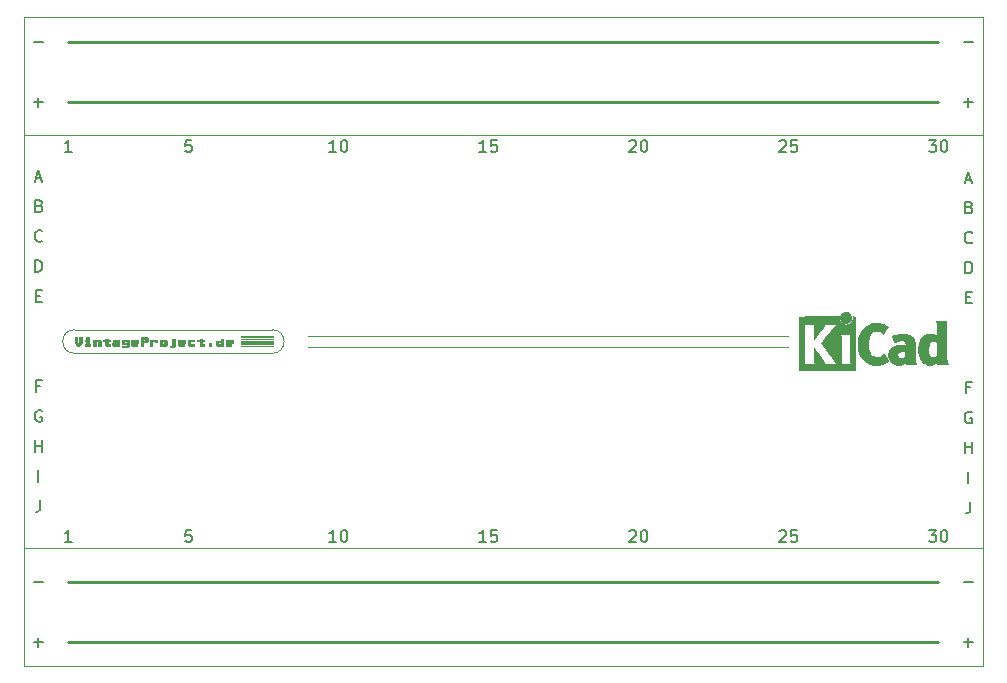
<source format=gbr>
G04 #@! TF.GenerationSoftware,KiCad,Pcbnew,(5.1.4)-1*
G04 #@! TF.CreationDate,2020-10-12T21:25:16+02:00*
G04 #@! TF.ProjectId,BreadBoard PCB 400,42726561-6442-46f6-9172-642050434220,rev?*
G04 #@! TF.SameCoordinates,Original*
G04 #@! TF.FileFunction,Legend,Top*
G04 #@! TF.FilePolarity,Positive*
%FSLAX46Y46*%
G04 Gerber Fmt 4.6, Leading zero omitted, Abs format (unit mm)*
G04 Created by KiCad (PCBNEW (5.1.4)-1) date 2020-10-12 21:25:16*
%MOMM*%
%LPD*%
G04 APERTURE LIST*
%ADD10C,0.200000*%
%ADD11C,0.120000*%
%ADD12C,0.250000*%
%ADD13C,0.050000*%
%ADD14C,0.010000*%
%ADD15C,0.100000*%
G04 APERTURE END LIST*
D10*
X129849523Y-99544142D02*
X129801904Y-99591761D01*
X129659047Y-99639380D01*
X129563809Y-99639380D01*
X129420952Y-99591761D01*
X129325714Y-99496523D01*
X129278095Y-99401285D01*
X129230476Y-99210809D01*
X129230476Y-99067952D01*
X129278095Y-98877476D01*
X129325714Y-98782238D01*
X129420952Y-98687000D01*
X129563809Y-98639380D01*
X129659047Y-98639380D01*
X129801904Y-98687000D01*
X129849523Y-98734619D01*
X129301904Y-94273666D02*
X129778095Y-94273666D01*
X129206666Y-94559380D02*
X129540000Y-93559380D01*
X129873333Y-94559380D01*
X129325714Y-104195571D02*
X129659047Y-104195571D01*
X129801904Y-104719380D02*
X129325714Y-104719380D01*
X129325714Y-103719380D01*
X129801904Y-103719380D01*
X129682857Y-111815571D02*
X129349523Y-111815571D01*
X129349523Y-112339380D02*
X129349523Y-111339380D01*
X129825714Y-111339380D01*
X129540000Y-119959380D02*
X129540000Y-118959380D01*
X129611428Y-96575571D02*
X129754285Y-96623190D01*
X129801904Y-96670809D01*
X129849523Y-96766047D01*
X129849523Y-96908904D01*
X129801904Y-97004142D01*
X129754285Y-97051761D01*
X129659047Y-97099380D01*
X129278095Y-97099380D01*
X129278095Y-96099380D01*
X129611428Y-96099380D01*
X129706666Y-96147000D01*
X129754285Y-96194619D01*
X129801904Y-96289857D01*
X129801904Y-96385095D01*
X129754285Y-96480333D01*
X129706666Y-96527952D01*
X129611428Y-96575571D01*
X129278095Y-96575571D01*
X129278095Y-102179380D02*
X129278095Y-101179380D01*
X129516190Y-101179380D01*
X129659047Y-101227000D01*
X129754285Y-101322238D01*
X129801904Y-101417476D01*
X129849523Y-101607952D01*
X129849523Y-101750809D01*
X129801904Y-101941285D01*
X129754285Y-102036523D01*
X129659047Y-102131761D01*
X129516190Y-102179380D01*
X129278095Y-102179380D01*
X129801904Y-113927000D02*
X129706666Y-113879380D01*
X129563809Y-113879380D01*
X129420952Y-113927000D01*
X129325714Y-114022238D01*
X129278095Y-114117476D01*
X129230476Y-114307952D01*
X129230476Y-114450809D01*
X129278095Y-114641285D01*
X129325714Y-114736523D01*
X129420952Y-114831761D01*
X129563809Y-114879380D01*
X129659047Y-114879380D01*
X129801904Y-114831761D01*
X129849523Y-114784142D01*
X129849523Y-114450809D01*
X129659047Y-114450809D01*
X129254285Y-117419380D02*
X129254285Y-116419380D01*
X129254285Y-116895571D02*
X129825714Y-116895571D01*
X129825714Y-117419380D02*
X129825714Y-116419380D01*
X129682857Y-121499380D02*
X129682857Y-122213666D01*
X129635238Y-122356523D01*
X129540000Y-122451761D01*
X129397142Y-122499380D01*
X129301904Y-122499380D01*
D11*
X73660000Y-108450000D02*
X114300000Y-108450000D01*
X73660000Y-107450000D02*
X114300000Y-107450000D01*
D10*
X63738095Y-123912380D02*
X63261904Y-123912380D01*
X63214285Y-124388571D01*
X63261904Y-124340952D01*
X63357142Y-124293333D01*
X63595238Y-124293333D01*
X63690476Y-124340952D01*
X63738095Y-124388571D01*
X63785714Y-124483809D01*
X63785714Y-124721904D01*
X63738095Y-124817142D01*
X63690476Y-124864761D01*
X63595238Y-124912380D01*
X63357142Y-124912380D01*
X63261904Y-124864761D01*
X63214285Y-124817142D01*
X88709523Y-124912380D02*
X88138095Y-124912380D01*
X88423809Y-124912380D02*
X88423809Y-123912380D01*
X88328571Y-124055238D01*
X88233333Y-124150476D01*
X88138095Y-124198095D01*
X89614285Y-123912380D02*
X89138095Y-123912380D01*
X89090476Y-124388571D01*
X89138095Y-124340952D01*
X89233333Y-124293333D01*
X89471428Y-124293333D01*
X89566666Y-124340952D01*
X89614285Y-124388571D01*
X89661904Y-124483809D01*
X89661904Y-124721904D01*
X89614285Y-124817142D01*
X89566666Y-124864761D01*
X89471428Y-124912380D01*
X89233333Y-124912380D01*
X89138095Y-124864761D01*
X89090476Y-124817142D01*
X53625714Y-124912380D02*
X53054285Y-124912380D01*
X53340000Y-124912380D02*
X53340000Y-123912380D01*
X53244761Y-124055238D01*
X53149523Y-124150476D01*
X53054285Y-124198095D01*
X100838095Y-124007619D02*
X100885714Y-123960000D01*
X100980952Y-123912380D01*
X101219047Y-123912380D01*
X101314285Y-123960000D01*
X101361904Y-124007619D01*
X101409523Y-124102857D01*
X101409523Y-124198095D01*
X101361904Y-124340952D01*
X100790476Y-124912380D01*
X101409523Y-124912380D01*
X102028571Y-123912380D02*
X102123809Y-123912380D01*
X102219047Y-123960000D01*
X102266666Y-124007619D01*
X102314285Y-124102857D01*
X102361904Y-124293333D01*
X102361904Y-124531428D01*
X102314285Y-124721904D01*
X102266666Y-124817142D01*
X102219047Y-124864761D01*
X102123809Y-124912380D01*
X102028571Y-124912380D01*
X101933333Y-124864761D01*
X101885714Y-124817142D01*
X101838095Y-124721904D01*
X101790476Y-124531428D01*
X101790476Y-124293333D01*
X101838095Y-124102857D01*
X101885714Y-124007619D01*
X101933333Y-123960000D01*
X102028571Y-123912380D01*
X126190476Y-123912380D02*
X126809523Y-123912380D01*
X126476190Y-124293333D01*
X126619047Y-124293333D01*
X126714285Y-124340952D01*
X126761904Y-124388571D01*
X126809523Y-124483809D01*
X126809523Y-124721904D01*
X126761904Y-124817142D01*
X126714285Y-124864761D01*
X126619047Y-124912380D01*
X126333333Y-124912380D01*
X126238095Y-124864761D01*
X126190476Y-124817142D01*
X127428571Y-123912380D02*
X127523809Y-123912380D01*
X127619047Y-123960000D01*
X127666666Y-124007619D01*
X127714285Y-124102857D01*
X127761904Y-124293333D01*
X127761904Y-124531428D01*
X127714285Y-124721904D01*
X127666666Y-124817142D01*
X127619047Y-124864761D01*
X127523809Y-124912380D01*
X127428571Y-124912380D01*
X127333333Y-124864761D01*
X127285714Y-124817142D01*
X127238095Y-124721904D01*
X127190476Y-124531428D01*
X127190476Y-124293333D01*
X127238095Y-124102857D01*
X127285714Y-124007619D01*
X127333333Y-123960000D01*
X127428571Y-123912380D01*
X113538095Y-124007619D02*
X113585714Y-123960000D01*
X113680952Y-123912380D01*
X113919047Y-123912380D01*
X114014285Y-123960000D01*
X114061904Y-124007619D01*
X114109523Y-124102857D01*
X114109523Y-124198095D01*
X114061904Y-124340952D01*
X113490476Y-124912380D01*
X114109523Y-124912380D01*
X115014285Y-123912380D02*
X114538095Y-123912380D01*
X114490476Y-124388571D01*
X114538095Y-124340952D01*
X114633333Y-124293333D01*
X114871428Y-124293333D01*
X114966666Y-124340952D01*
X115014285Y-124388571D01*
X115061904Y-124483809D01*
X115061904Y-124721904D01*
X115014285Y-124817142D01*
X114966666Y-124864761D01*
X114871428Y-124912380D01*
X114633333Y-124912380D01*
X114538095Y-124864761D01*
X114490476Y-124817142D01*
X76009523Y-124912380D02*
X75438095Y-124912380D01*
X75723809Y-124912380D02*
X75723809Y-123912380D01*
X75628571Y-124055238D01*
X75533333Y-124150476D01*
X75438095Y-124198095D01*
X76628571Y-123912380D02*
X76723809Y-123912380D01*
X76819047Y-123960000D01*
X76866666Y-124007619D01*
X76914285Y-124102857D01*
X76961904Y-124293333D01*
X76961904Y-124531428D01*
X76914285Y-124721904D01*
X76866666Y-124817142D01*
X76819047Y-124864761D01*
X76723809Y-124912380D01*
X76628571Y-124912380D01*
X76533333Y-124864761D01*
X76485714Y-124817142D01*
X76438095Y-124721904D01*
X76390476Y-124531428D01*
X76390476Y-124293333D01*
X76438095Y-124102857D01*
X76485714Y-124007619D01*
X76533333Y-123960000D01*
X76628571Y-123912380D01*
X126190476Y-90892380D02*
X126809523Y-90892380D01*
X126476190Y-91273333D01*
X126619047Y-91273333D01*
X126714285Y-91320952D01*
X126761904Y-91368571D01*
X126809523Y-91463809D01*
X126809523Y-91701904D01*
X126761904Y-91797142D01*
X126714285Y-91844761D01*
X126619047Y-91892380D01*
X126333333Y-91892380D01*
X126238095Y-91844761D01*
X126190476Y-91797142D01*
X127428571Y-90892380D02*
X127523809Y-90892380D01*
X127619047Y-90940000D01*
X127666666Y-90987619D01*
X127714285Y-91082857D01*
X127761904Y-91273333D01*
X127761904Y-91511428D01*
X127714285Y-91701904D01*
X127666666Y-91797142D01*
X127619047Y-91844761D01*
X127523809Y-91892380D01*
X127428571Y-91892380D01*
X127333333Y-91844761D01*
X127285714Y-91797142D01*
X127238095Y-91701904D01*
X127190476Y-91511428D01*
X127190476Y-91273333D01*
X127238095Y-91082857D01*
X127285714Y-90987619D01*
X127333333Y-90940000D01*
X127428571Y-90892380D01*
X113538095Y-90987619D02*
X113585714Y-90940000D01*
X113680952Y-90892380D01*
X113919047Y-90892380D01*
X114014285Y-90940000D01*
X114061904Y-90987619D01*
X114109523Y-91082857D01*
X114109523Y-91178095D01*
X114061904Y-91320952D01*
X113490476Y-91892380D01*
X114109523Y-91892380D01*
X115014285Y-90892380D02*
X114538095Y-90892380D01*
X114490476Y-91368571D01*
X114538095Y-91320952D01*
X114633333Y-91273333D01*
X114871428Y-91273333D01*
X114966666Y-91320952D01*
X115014285Y-91368571D01*
X115061904Y-91463809D01*
X115061904Y-91701904D01*
X115014285Y-91797142D01*
X114966666Y-91844761D01*
X114871428Y-91892380D01*
X114633333Y-91892380D01*
X114538095Y-91844761D01*
X114490476Y-91797142D01*
X100838095Y-90987619D02*
X100885714Y-90940000D01*
X100980952Y-90892380D01*
X101219047Y-90892380D01*
X101314285Y-90940000D01*
X101361904Y-90987619D01*
X101409523Y-91082857D01*
X101409523Y-91178095D01*
X101361904Y-91320952D01*
X100790476Y-91892380D01*
X101409523Y-91892380D01*
X102028571Y-90892380D02*
X102123809Y-90892380D01*
X102219047Y-90940000D01*
X102266666Y-90987619D01*
X102314285Y-91082857D01*
X102361904Y-91273333D01*
X102361904Y-91511428D01*
X102314285Y-91701904D01*
X102266666Y-91797142D01*
X102219047Y-91844761D01*
X102123809Y-91892380D01*
X102028571Y-91892380D01*
X101933333Y-91844761D01*
X101885714Y-91797142D01*
X101838095Y-91701904D01*
X101790476Y-91511428D01*
X101790476Y-91273333D01*
X101838095Y-91082857D01*
X101885714Y-90987619D01*
X101933333Y-90940000D01*
X102028571Y-90892380D01*
X88709523Y-91892380D02*
X88138095Y-91892380D01*
X88423809Y-91892380D02*
X88423809Y-90892380D01*
X88328571Y-91035238D01*
X88233333Y-91130476D01*
X88138095Y-91178095D01*
X89614285Y-90892380D02*
X89138095Y-90892380D01*
X89090476Y-91368571D01*
X89138095Y-91320952D01*
X89233333Y-91273333D01*
X89471428Y-91273333D01*
X89566666Y-91320952D01*
X89614285Y-91368571D01*
X89661904Y-91463809D01*
X89661904Y-91701904D01*
X89614285Y-91797142D01*
X89566666Y-91844761D01*
X89471428Y-91892380D01*
X89233333Y-91892380D01*
X89138095Y-91844761D01*
X89090476Y-91797142D01*
X76009523Y-91892380D02*
X75438095Y-91892380D01*
X75723809Y-91892380D02*
X75723809Y-90892380D01*
X75628571Y-91035238D01*
X75533333Y-91130476D01*
X75438095Y-91178095D01*
X76628571Y-90892380D02*
X76723809Y-90892380D01*
X76819047Y-90940000D01*
X76866666Y-90987619D01*
X76914285Y-91082857D01*
X76961904Y-91273333D01*
X76961904Y-91511428D01*
X76914285Y-91701904D01*
X76866666Y-91797142D01*
X76819047Y-91844761D01*
X76723809Y-91892380D01*
X76628571Y-91892380D01*
X76533333Y-91844761D01*
X76485714Y-91797142D01*
X76438095Y-91701904D01*
X76390476Y-91511428D01*
X76390476Y-91273333D01*
X76438095Y-91082857D01*
X76485714Y-90987619D01*
X76533333Y-90940000D01*
X76628571Y-90892380D01*
X63738095Y-90892380D02*
X63261904Y-90892380D01*
X63214285Y-91368571D01*
X63261904Y-91320952D01*
X63357142Y-91273333D01*
X63595238Y-91273333D01*
X63690476Y-91320952D01*
X63738095Y-91368571D01*
X63785714Y-91463809D01*
X63785714Y-91701904D01*
X63738095Y-91797142D01*
X63690476Y-91844761D01*
X63595238Y-91892380D01*
X63357142Y-91892380D01*
X63261904Y-91844761D01*
X63214285Y-91797142D01*
X53625714Y-91892380D02*
X53054285Y-91892380D01*
X53340000Y-91892380D02*
X53340000Y-90892380D01*
X53244761Y-91035238D01*
X53149523Y-91130476D01*
X53054285Y-91178095D01*
X50585714Y-104068571D02*
X50919047Y-104068571D01*
X51061904Y-104592380D02*
X50585714Y-104592380D01*
X50585714Y-103592380D01*
X51061904Y-103592380D01*
X50942857Y-121372380D02*
X50942857Y-122086666D01*
X50895238Y-122229523D01*
X50800000Y-122324761D01*
X50657142Y-122372380D01*
X50561904Y-122372380D01*
X51109523Y-99417142D02*
X51061904Y-99464761D01*
X50919047Y-99512380D01*
X50823809Y-99512380D01*
X50680952Y-99464761D01*
X50585714Y-99369523D01*
X50538095Y-99274285D01*
X50490476Y-99083809D01*
X50490476Y-98940952D01*
X50538095Y-98750476D01*
X50585714Y-98655238D01*
X50680952Y-98560000D01*
X50823809Y-98512380D01*
X50919047Y-98512380D01*
X51061904Y-98560000D01*
X51109523Y-98607619D01*
X50538095Y-102052380D02*
X50538095Y-101052380D01*
X50776190Y-101052380D01*
X50919047Y-101100000D01*
X51014285Y-101195238D01*
X51061904Y-101290476D01*
X51109523Y-101480952D01*
X51109523Y-101623809D01*
X51061904Y-101814285D01*
X51014285Y-101909523D01*
X50919047Y-102004761D01*
X50776190Y-102052380D01*
X50538095Y-102052380D01*
X50514285Y-117292380D02*
X50514285Y-116292380D01*
X50514285Y-116768571D02*
X51085714Y-116768571D01*
X51085714Y-117292380D02*
X51085714Y-116292380D01*
X50561904Y-94146666D02*
X51038095Y-94146666D01*
X50466666Y-94432380D02*
X50800000Y-93432380D01*
X51133333Y-94432380D01*
X50942857Y-111688571D02*
X50609523Y-111688571D01*
X50609523Y-112212380D02*
X50609523Y-111212380D01*
X51085714Y-111212380D01*
X50800000Y-119832380D02*
X50800000Y-118832380D01*
X50871428Y-96448571D02*
X51014285Y-96496190D01*
X51061904Y-96543809D01*
X51109523Y-96639047D01*
X51109523Y-96781904D01*
X51061904Y-96877142D01*
X51014285Y-96924761D01*
X50919047Y-96972380D01*
X50538095Y-96972380D01*
X50538095Y-95972380D01*
X50871428Y-95972380D01*
X50966666Y-96020000D01*
X51014285Y-96067619D01*
X51061904Y-96162857D01*
X51061904Y-96258095D01*
X51014285Y-96353333D01*
X50966666Y-96400952D01*
X50871428Y-96448571D01*
X50538095Y-96448571D01*
X51061904Y-113800000D02*
X50966666Y-113752380D01*
X50823809Y-113752380D01*
X50680952Y-113800000D01*
X50585714Y-113895238D01*
X50538095Y-113990476D01*
X50490476Y-114180952D01*
X50490476Y-114323809D01*
X50538095Y-114514285D01*
X50585714Y-114609523D01*
X50680952Y-114704761D01*
X50823809Y-114752380D01*
X50919047Y-114752380D01*
X51061904Y-114704761D01*
X51109523Y-114657142D01*
X51109523Y-114323809D01*
X50919047Y-114323809D01*
X50419047Y-128331428D02*
X51180952Y-128331428D01*
X50419047Y-133431428D02*
X51180952Y-133431428D01*
X50800000Y-133812380D02*
X50800000Y-133050476D01*
X129159047Y-128331428D02*
X129920952Y-128331428D01*
X129159047Y-133431428D02*
X129920952Y-133431428D01*
X129540000Y-133812380D02*
X129540000Y-133050476D01*
X50419047Y-82611428D02*
X51180952Y-82611428D01*
X50419047Y-87711428D02*
X51180952Y-87711428D01*
X50800000Y-88092380D02*
X50800000Y-87330476D01*
X129159047Y-82611428D02*
X129920952Y-82611428D01*
X129159047Y-87711428D02*
X129920952Y-87711428D01*
X129540000Y-88092380D02*
X129540000Y-87330476D01*
D12*
X127000000Y-128270000D02*
X53340000Y-128270000D01*
X53340000Y-133350000D02*
X127000000Y-133350000D01*
X127000000Y-82550000D02*
X53340000Y-82550000D01*
X53340000Y-87630000D02*
X127000000Y-87630000D01*
D13*
X49600000Y-125450000D02*
X130780000Y-125450000D01*
X49600000Y-90450000D02*
X130780000Y-90450000D01*
X49600000Y-80450000D02*
X49600000Y-135450000D01*
X130780000Y-80460000D02*
X130780000Y-135460000D01*
X49600000Y-135450000D02*
X130780000Y-135450000D01*
X49600000Y-80460000D02*
X130780000Y-80460000D01*
D14*
G36*
X70648286Y-107569000D02*
G01*
X67908714Y-107569000D01*
X67908714Y-107496429D01*
X70648286Y-107496429D01*
X70648286Y-107569000D01*
X70648286Y-107569000D01*
G37*
X70648286Y-107569000D02*
X67908714Y-107569000D01*
X67908714Y-107496429D01*
X70648286Y-107496429D01*
X70648286Y-107569000D01*
G36*
X55063571Y-107696000D02*
G01*
X54854928Y-107696000D01*
X54854928Y-107596214D01*
X55063571Y-107596214D01*
X55063571Y-107696000D01*
X55063571Y-107696000D01*
G37*
X55063571Y-107696000D02*
X54854928Y-107696000D01*
X54854928Y-107596214D01*
X55063571Y-107596214D01*
X55063571Y-107696000D01*
G36*
X70648286Y-107768571D02*
G01*
X67908714Y-107768571D01*
X67908714Y-107696000D01*
X70648286Y-107696000D01*
X70648286Y-107768571D01*
X70648286Y-107768571D01*
G37*
X70648286Y-107768571D02*
X67908714Y-107768571D01*
X67908714Y-107696000D01*
X70648286Y-107696000D01*
X70648286Y-107768571D01*
G36*
X62347929Y-107795786D02*
G01*
X62148357Y-107795786D01*
X62148357Y-107696000D01*
X62347929Y-107696000D01*
X62347929Y-107795786D01*
X62347929Y-107795786D01*
G37*
X62347929Y-107795786D02*
X62148357Y-107795786D01*
X62148357Y-107696000D01*
X62347929Y-107696000D01*
X62347929Y-107795786D01*
G36*
X70648286Y-107968143D02*
G01*
X67908714Y-107968143D01*
X67908714Y-107895571D01*
X70648286Y-107895571D01*
X70648286Y-107968143D01*
X70648286Y-107968143D01*
G37*
X70648286Y-107968143D02*
X67908714Y-107968143D01*
X67908714Y-107895571D01*
X70648286Y-107895571D01*
X70648286Y-107968143D01*
G36*
X70648286Y-108167714D02*
G01*
X67908714Y-108167714D01*
X67908714Y-108095143D01*
X70648286Y-108095143D01*
X70648286Y-108167714D01*
X70648286Y-108167714D01*
G37*
X70648286Y-108167714D02*
X67908714Y-108167714D01*
X67908714Y-108095143D01*
X70648286Y-108095143D01*
X70648286Y-108167714D01*
G36*
X67207441Y-107817657D02*
G01*
X67217485Y-107826785D01*
X67224538Y-107836158D01*
X67229219Y-107849048D01*
X67232149Y-107868726D01*
X67233948Y-107898461D01*
X67235239Y-107941524D01*
X67235846Y-107967336D01*
X67238800Y-108095143D01*
X66838286Y-108095143D01*
X66838286Y-108194929D01*
X67137643Y-108194929D01*
X67137643Y-108294714D01*
X66922196Y-108294139D01*
X66860466Y-108293655D01*
X66803980Y-108292608D01*
X66755539Y-108291099D01*
X66717944Y-108289228D01*
X66693995Y-108287095D01*
X66687310Y-108285719D01*
X66672154Y-108278496D01*
X66660512Y-108269067D01*
X66651922Y-108255135D01*
X66645928Y-108234404D01*
X66642069Y-108204577D01*
X66639886Y-108163355D01*
X66638921Y-108108443D01*
X66638714Y-108042534D01*
X66638714Y-107895571D01*
X66838286Y-107895571D01*
X66838286Y-107995357D01*
X67037857Y-107995357D01*
X67037857Y-107895571D01*
X66838286Y-107895571D01*
X66638714Y-107895571D01*
X66638714Y-107848819D01*
X66691747Y-107795786D01*
X67181988Y-107795786D01*
X67207441Y-107817657D01*
X67207441Y-107817657D01*
G37*
X67207441Y-107817657D02*
X67217485Y-107826785D01*
X67224538Y-107836158D01*
X67229219Y-107849048D01*
X67232149Y-107868726D01*
X67233948Y-107898461D01*
X67235239Y-107941524D01*
X67235846Y-107967336D01*
X67238800Y-108095143D01*
X66838286Y-108095143D01*
X66838286Y-108194929D01*
X67137643Y-108194929D01*
X67137643Y-108294714D01*
X66922196Y-108294139D01*
X66860466Y-108293655D01*
X66803980Y-108292608D01*
X66755539Y-108291099D01*
X66717944Y-108289228D01*
X66693995Y-108287095D01*
X66687310Y-108285719D01*
X66672154Y-108278496D01*
X66660512Y-108269067D01*
X66651922Y-108255135D01*
X66645928Y-108234404D01*
X66642069Y-108204577D01*
X66639886Y-108163355D01*
X66638921Y-108108443D01*
X66638714Y-108042534D01*
X66638714Y-107895571D01*
X66838286Y-107895571D01*
X66838286Y-107995357D01*
X67037857Y-107995357D01*
X67037857Y-107895571D01*
X66838286Y-107895571D01*
X66638714Y-107895571D01*
X66638714Y-107848819D01*
X66691747Y-107795786D01*
X67181988Y-107795786D01*
X67207441Y-107817657D01*
G36*
X66439143Y-108294714D02*
G01*
X66173803Y-108294139D01*
X66105343Y-108293731D01*
X66042101Y-108292859D01*
X65986545Y-108291598D01*
X65941148Y-108290018D01*
X65908378Y-108288195D01*
X65890707Y-108286200D01*
X65889024Y-108285719D01*
X65871937Y-108277058D01*
X65859343Y-108265091D01*
X65850577Y-108247174D01*
X65844973Y-108220659D01*
X65841866Y-108182901D01*
X65840591Y-108131253D01*
X65840428Y-108092427D01*
X65840428Y-107995357D01*
X66040000Y-107995357D01*
X66040000Y-108194929D01*
X66239571Y-108194929D01*
X66239571Y-107995357D01*
X66040000Y-107995357D01*
X65840428Y-107995357D01*
X65840428Y-107948604D01*
X65866945Y-107922088D01*
X65893461Y-107895571D01*
X66239571Y-107895571D01*
X66239571Y-107696000D01*
X66439143Y-107696000D01*
X66439143Y-108294714D01*
X66439143Y-108294714D01*
G37*
X66439143Y-108294714D02*
X66173803Y-108294139D01*
X66105343Y-108293731D01*
X66042101Y-108292859D01*
X65986545Y-108291598D01*
X65941148Y-108290018D01*
X65908378Y-108288195D01*
X65890707Y-108286200D01*
X65889024Y-108285719D01*
X65871937Y-108277058D01*
X65859343Y-108265091D01*
X65850577Y-108247174D01*
X65844973Y-108220659D01*
X65841866Y-108182901D01*
X65840591Y-108131253D01*
X65840428Y-108092427D01*
X65840428Y-107995357D01*
X66040000Y-107995357D01*
X66040000Y-108194929D01*
X66239571Y-108194929D01*
X66239571Y-107995357D01*
X66040000Y-107995357D01*
X65840428Y-107995357D01*
X65840428Y-107948604D01*
X65866945Y-107922088D01*
X65893461Y-107895571D01*
X66239571Y-107895571D01*
X66239571Y-107696000D01*
X66439143Y-107696000D01*
X66439143Y-108294714D01*
G36*
X65441286Y-108294714D02*
G01*
X65241714Y-108294714D01*
X65241714Y-108095143D01*
X65441286Y-108095143D01*
X65441286Y-108294714D01*
X65441286Y-108294714D01*
G37*
X65441286Y-108294714D02*
X65241714Y-108294714D01*
X65241714Y-108095143D01*
X65441286Y-108095143D01*
X65441286Y-108294714D01*
G36*
X64643000Y-107795786D02*
G01*
X64842571Y-107795786D01*
X64842571Y-107895571D01*
X64643000Y-107895571D01*
X64643000Y-108194929D01*
X64842571Y-108194929D01*
X64842571Y-108294714D01*
X64677018Y-108294139D01*
X64622780Y-108293537D01*
X64573799Y-108292216D01*
X64533381Y-108290328D01*
X64504831Y-108288022D01*
X64492024Y-108285719D01*
X64476063Y-108277916D01*
X64464011Y-108267482D01*
X64455327Y-108251971D01*
X64449470Y-108228938D01*
X64445901Y-108195937D01*
X64444078Y-108150523D01*
X64443460Y-108090250D01*
X64443428Y-108065910D01*
X64443428Y-107895571D01*
X64243857Y-107895571D01*
X64243857Y-107795786D01*
X64443428Y-107795786D01*
X64443428Y-107696000D01*
X64643000Y-107696000D01*
X64643000Y-107795786D01*
X64643000Y-107795786D01*
G37*
X64643000Y-107795786D02*
X64842571Y-107795786D01*
X64842571Y-107895571D01*
X64643000Y-107895571D01*
X64643000Y-108194929D01*
X64842571Y-108194929D01*
X64842571Y-108294714D01*
X64677018Y-108294139D01*
X64622780Y-108293537D01*
X64573799Y-108292216D01*
X64533381Y-108290328D01*
X64504831Y-108288022D01*
X64492024Y-108285719D01*
X64476063Y-108277916D01*
X64464011Y-108267482D01*
X64455327Y-108251971D01*
X64449470Y-108228938D01*
X64445901Y-108195937D01*
X64444078Y-108150523D01*
X64443460Y-108090250D01*
X64443428Y-108065910D01*
X64443428Y-107895571D01*
X64243857Y-107895571D01*
X64243857Y-107795786D01*
X64443428Y-107795786D01*
X64443428Y-107696000D01*
X64643000Y-107696000D01*
X64643000Y-107795786D01*
G36*
X63944500Y-107895571D02*
G01*
X63645143Y-107895571D01*
X63645143Y-108194929D01*
X63944500Y-108194929D01*
X63944500Y-108294714D01*
X63729054Y-108294139D01*
X63667323Y-108293655D01*
X63610837Y-108292608D01*
X63562396Y-108291099D01*
X63524801Y-108289228D01*
X63500852Y-108287095D01*
X63494167Y-108285719D01*
X63478829Y-108278367D01*
X63467092Y-108268717D01*
X63458479Y-108254438D01*
X63452512Y-108233199D01*
X63448716Y-108202670D01*
X63446613Y-108160520D01*
X63445726Y-108104418D01*
X63445571Y-108048194D01*
X63445865Y-107978003D01*
X63447011Y-107923672D01*
X63449406Y-107882923D01*
X63453447Y-107853479D01*
X63459531Y-107833062D01*
X63468055Y-107819395D01*
X63479417Y-107810201D01*
X63487820Y-107805858D01*
X63505550Y-107802220D01*
X63540549Y-107799359D01*
X63591958Y-107797311D01*
X63658918Y-107796111D01*
X63727212Y-107795786D01*
X63944500Y-107795786D01*
X63944500Y-107895571D01*
X63944500Y-107895571D01*
G37*
X63944500Y-107895571D02*
X63645143Y-107895571D01*
X63645143Y-108194929D01*
X63944500Y-108194929D01*
X63944500Y-108294714D01*
X63729054Y-108294139D01*
X63667323Y-108293655D01*
X63610837Y-108292608D01*
X63562396Y-108291099D01*
X63524801Y-108289228D01*
X63500852Y-108287095D01*
X63494167Y-108285719D01*
X63478829Y-108278367D01*
X63467092Y-108268717D01*
X63458479Y-108254438D01*
X63452512Y-108233199D01*
X63448716Y-108202670D01*
X63446613Y-108160520D01*
X63445726Y-108104418D01*
X63445571Y-108048194D01*
X63445865Y-107978003D01*
X63447011Y-107923672D01*
X63449406Y-107882923D01*
X63453447Y-107853479D01*
X63459531Y-107833062D01*
X63468055Y-107819395D01*
X63479417Y-107810201D01*
X63487820Y-107805858D01*
X63505550Y-107802220D01*
X63540549Y-107799359D01*
X63591958Y-107797311D01*
X63658918Y-107796111D01*
X63727212Y-107795786D01*
X63944500Y-107795786D01*
X63944500Y-107895571D01*
G36*
X63009164Y-107795780D02*
G01*
X63066234Y-107796622D01*
X63117099Y-107798037D01*
X63158743Y-107800030D01*
X63188147Y-107802601D01*
X63202007Y-107805587D01*
X63219529Y-107820275D01*
X63232146Y-107844247D01*
X63240399Y-107879724D01*
X63244831Y-107928929D01*
X63246000Y-107985994D01*
X63246000Y-108095143D01*
X62846857Y-108095143D01*
X62846857Y-108194929D01*
X63146214Y-108194929D01*
X63146214Y-108294714D01*
X62930768Y-108294139D01*
X62869037Y-108293655D01*
X62812551Y-108292608D01*
X62764110Y-108291099D01*
X62726515Y-108289228D01*
X62702566Y-108287095D01*
X62695881Y-108285719D01*
X62680544Y-108278367D01*
X62668806Y-108268717D01*
X62660193Y-108254438D01*
X62654227Y-108233199D01*
X62650430Y-108202670D01*
X62648327Y-108160520D01*
X62647440Y-108104418D01*
X62647286Y-108048194D01*
X62647579Y-107978003D01*
X62648725Y-107923672D01*
X62650376Y-107895571D01*
X62846857Y-107895571D01*
X62846857Y-107995357D01*
X63046429Y-107995357D01*
X63046429Y-107895571D01*
X62846857Y-107895571D01*
X62650376Y-107895571D01*
X62651120Y-107882923D01*
X62655161Y-107853479D01*
X62661245Y-107833062D01*
X62669770Y-107819395D01*
X62681131Y-107810201D01*
X62689534Y-107805858D01*
X62705510Y-107802719D01*
X62736412Y-107800144D01*
X62779221Y-107798134D01*
X62830920Y-107796691D01*
X62888489Y-107795817D01*
X62948910Y-107795513D01*
X63009164Y-107795780D01*
X63009164Y-107795780D01*
G37*
X63009164Y-107795780D02*
X63066234Y-107796622D01*
X63117099Y-107798037D01*
X63158743Y-107800030D01*
X63188147Y-107802601D01*
X63202007Y-107805587D01*
X63219529Y-107820275D01*
X63232146Y-107844247D01*
X63240399Y-107879724D01*
X63244831Y-107928929D01*
X63246000Y-107985994D01*
X63246000Y-108095143D01*
X62846857Y-108095143D01*
X62846857Y-108194929D01*
X63146214Y-108194929D01*
X63146214Y-108294714D01*
X62930768Y-108294139D01*
X62869037Y-108293655D01*
X62812551Y-108292608D01*
X62764110Y-108291099D01*
X62726515Y-108289228D01*
X62702566Y-108287095D01*
X62695881Y-108285719D01*
X62680544Y-108278367D01*
X62668806Y-108268717D01*
X62660193Y-108254438D01*
X62654227Y-108233199D01*
X62650430Y-108202670D01*
X62648327Y-108160520D01*
X62647440Y-108104418D01*
X62647286Y-108048194D01*
X62647579Y-107978003D01*
X62648725Y-107923672D01*
X62650376Y-107895571D01*
X62846857Y-107895571D01*
X62846857Y-107995357D01*
X63046429Y-107995357D01*
X63046429Y-107895571D01*
X62846857Y-107895571D01*
X62650376Y-107895571D01*
X62651120Y-107882923D01*
X62655161Y-107853479D01*
X62661245Y-107833062D01*
X62669770Y-107819395D01*
X62681131Y-107810201D01*
X62689534Y-107805858D01*
X62705510Y-107802719D01*
X62736412Y-107800144D01*
X62779221Y-107798134D01*
X62830920Y-107796691D01*
X62888489Y-107795817D01*
X62948910Y-107795513D01*
X63009164Y-107795780D01*
G36*
X61412593Y-107795780D02*
G01*
X61469662Y-107796622D01*
X61520528Y-107798037D01*
X61562172Y-107800030D01*
X61591575Y-107802601D01*
X61605436Y-107805587D01*
X61619841Y-107816100D01*
X61630840Y-107831759D01*
X61638850Y-107854830D01*
X61644290Y-107887582D01*
X61647581Y-107932284D01*
X61649142Y-107991201D01*
X61649429Y-108043605D01*
X61648860Y-108105346D01*
X61647249Y-108158882D01*
X61644739Y-108201422D01*
X61641475Y-108230176D01*
X61639374Y-108239208D01*
X61632878Y-108255086D01*
X61624351Y-108267616D01*
X61611742Y-108277186D01*
X61593000Y-108284182D01*
X61566074Y-108288992D01*
X61528913Y-108292002D01*
X61479467Y-108293600D01*
X61415684Y-108294172D01*
X61348254Y-108294139D01*
X61284560Y-108293680D01*
X61226104Y-108292690D01*
X61175580Y-108291260D01*
X61135683Y-108289482D01*
X61109107Y-108287447D01*
X61099310Y-108285719D01*
X61083972Y-108278367D01*
X61072235Y-108268717D01*
X61063622Y-108254438D01*
X61057655Y-108233199D01*
X61053859Y-108202670D01*
X61051755Y-108160520D01*
X61050868Y-108104418D01*
X61050714Y-108048194D01*
X61051008Y-107978003D01*
X61052154Y-107923672D01*
X61053805Y-107895571D01*
X61250286Y-107895571D01*
X61250286Y-108194929D01*
X61449857Y-108194929D01*
X61449857Y-107895571D01*
X61250286Y-107895571D01*
X61053805Y-107895571D01*
X61054549Y-107882923D01*
X61058590Y-107853479D01*
X61064674Y-107833062D01*
X61073198Y-107819395D01*
X61084560Y-107810201D01*
X61092963Y-107805858D01*
X61108939Y-107802719D01*
X61139841Y-107800144D01*
X61182650Y-107798134D01*
X61234348Y-107796691D01*
X61291917Y-107795817D01*
X61352338Y-107795513D01*
X61412593Y-107795780D01*
X61412593Y-107795780D01*
G37*
X61412593Y-107795780D02*
X61469662Y-107796622D01*
X61520528Y-107798037D01*
X61562172Y-107800030D01*
X61591575Y-107802601D01*
X61605436Y-107805587D01*
X61619841Y-107816100D01*
X61630840Y-107831759D01*
X61638850Y-107854830D01*
X61644290Y-107887582D01*
X61647581Y-107932284D01*
X61649142Y-107991201D01*
X61649429Y-108043605D01*
X61648860Y-108105346D01*
X61647249Y-108158882D01*
X61644739Y-108201422D01*
X61641475Y-108230176D01*
X61639374Y-108239208D01*
X61632878Y-108255086D01*
X61624351Y-108267616D01*
X61611742Y-108277186D01*
X61593000Y-108284182D01*
X61566074Y-108288992D01*
X61528913Y-108292002D01*
X61479467Y-108293600D01*
X61415684Y-108294172D01*
X61348254Y-108294139D01*
X61284560Y-108293680D01*
X61226104Y-108292690D01*
X61175580Y-108291260D01*
X61135683Y-108289482D01*
X61109107Y-108287447D01*
X61099310Y-108285719D01*
X61083972Y-108278367D01*
X61072235Y-108268717D01*
X61063622Y-108254438D01*
X61057655Y-108233199D01*
X61053859Y-108202670D01*
X61051755Y-108160520D01*
X61050868Y-108104418D01*
X61050714Y-108048194D01*
X61051008Y-107978003D01*
X61052154Y-107923672D01*
X61053805Y-107895571D01*
X61250286Y-107895571D01*
X61250286Y-108194929D01*
X61449857Y-108194929D01*
X61449857Y-107895571D01*
X61250286Y-107895571D01*
X61053805Y-107895571D01*
X61054549Y-107882923D01*
X61058590Y-107853479D01*
X61064674Y-107833062D01*
X61073198Y-107819395D01*
X61084560Y-107810201D01*
X61092963Y-107805858D01*
X61108939Y-107802719D01*
X61139841Y-107800144D01*
X61182650Y-107798134D01*
X61234348Y-107796691D01*
X61291917Y-107795817D01*
X61352338Y-107795513D01*
X61412593Y-107795780D01*
G36*
X60610050Y-107796135D02*
G01*
X60683505Y-107797172D01*
X60740504Y-107798880D01*
X60780551Y-107801242D01*
X60803154Y-107804241D01*
X60807150Y-107805587D01*
X60827996Y-107826496D01*
X60842648Y-107862204D01*
X60850249Y-107910176D01*
X60851143Y-107936102D01*
X60851143Y-107995357D01*
X60651571Y-107995357D01*
X60651571Y-107895571D01*
X60452000Y-107895571D01*
X60452000Y-108294714D01*
X60252428Y-108294714D01*
X60252428Y-107795786D01*
X60520632Y-107795786D01*
X60610050Y-107796135D01*
X60610050Y-107796135D01*
G37*
X60610050Y-107796135D02*
X60683505Y-107797172D01*
X60740504Y-107798880D01*
X60780551Y-107801242D01*
X60803154Y-107804241D01*
X60807150Y-107805587D01*
X60827996Y-107826496D01*
X60842648Y-107862204D01*
X60850249Y-107910176D01*
X60851143Y-107936102D01*
X60851143Y-107995357D01*
X60651571Y-107995357D01*
X60651571Y-107895571D01*
X60452000Y-107895571D01*
X60452000Y-108294714D01*
X60252428Y-108294714D01*
X60252428Y-107795786D01*
X60520632Y-107795786D01*
X60610050Y-107796135D01*
G36*
X59808254Y-107596558D02*
G01*
X59882585Y-107597579D01*
X59940349Y-107599262D01*
X59981088Y-107601591D01*
X60004348Y-107604551D01*
X60008864Y-107606016D01*
X60025799Y-107619844D01*
X60038125Y-107642078D01*
X60046379Y-107675015D01*
X60051099Y-107720955D01*
X60052823Y-107782198D01*
X60052857Y-107794141D01*
X60052391Y-107854638D01*
X60049634Y-107901605D01*
X60042549Y-107936754D01*
X60029097Y-107961798D01*
X60007241Y-107978448D01*
X59974943Y-107988417D01*
X59930165Y-107993416D01*
X59870869Y-107995158D01*
X59813361Y-107995357D01*
X59653714Y-107995357D01*
X59653714Y-108294714D01*
X59445071Y-108294714D01*
X59445071Y-107696000D01*
X59653714Y-107696000D01*
X59653714Y-107895571D01*
X59853286Y-107895571D01*
X59853286Y-107696000D01*
X59653714Y-107696000D01*
X59445071Y-107696000D01*
X59445071Y-107596214D01*
X59717811Y-107596214D01*
X59808254Y-107596558D01*
X59808254Y-107596558D01*
G37*
X59808254Y-107596558D02*
X59882585Y-107597579D01*
X59940349Y-107599262D01*
X59981088Y-107601591D01*
X60004348Y-107604551D01*
X60008864Y-107606016D01*
X60025799Y-107619844D01*
X60038125Y-107642078D01*
X60046379Y-107675015D01*
X60051099Y-107720955D01*
X60052823Y-107782198D01*
X60052857Y-107794141D01*
X60052391Y-107854638D01*
X60049634Y-107901605D01*
X60042549Y-107936754D01*
X60029097Y-107961798D01*
X60007241Y-107978448D01*
X59974943Y-107988417D01*
X59930165Y-107993416D01*
X59870869Y-107995158D01*
X59813361Y-107995357D01*
X59653714Y-107995357D01*
X59653714Y-108294714D01*
X59445071Y-108294714D01*
X59445071Y-107696000D01*
X59653714Y-107696000D01*
X59653714Y-107895571D01*
X59853286Y-107895571D01*
X59853286Y-107696000D01*
X59653714Y-107696000D01*
X59445071Y-107696000D01*
X59445071Y-107596214D01*
X59717811Y-107596214D01*
X59808254Y-107596558D01*
G36*
X59015690Y-107795624D02*
G01*
X59072956Y-107796430D01*
X59124121Y-107797835D01*
X59166159Y-107799841D01*
X59196042Y-107802454D01*
X59210579Y-107805587D01*
X59228101Y-107820275D01*
X59240717Y-107844247D01*
X59248971Y-107879724D01*
X59253402Y-107928929D01*
X59254571Y-107985994D01*
X59254571Y-108095143D01*
X58855428Y-108095143D01*
X58855428Y-108194929D01*
X59154786Y-108194929D01*
X59154786Y-108294714D01*
X58708890Y-108294714D01*
X58655857Y-108241681D01*
X58656146Y-108043680D01*
X58656383Y-107975653D01*
X58657153Y-107923384D01*
X58658388Y-107895571D01*
X58855428Y-107895571D01*
X58855428Y-107995357D01*
X59055000Y-107995357D01*
X59055000Y-107895571D01*
X58855428Y-107895571D01*
X58658388Y-107895571D01*
X58658880Y-107884491D01*
X58661987Y-107856589D01*
X58666900Y-107837295D01*
X58674041Y-107824224D01*
X58683834Y-107814994D01*
X58696704Y-107807220D01*
X58698350Y-107806339D01*
X58713542Y-107803086D01*
X58743828Y-107800400D01*
X58786179Y-107798285D01*
X58837569Y-107796745D01*
X58894969Y-107795786D01*
X58955352Y-107795410D01*
X59015690Y-107795624D01*
X59015690Y-107795624D01*
G37*
X59015690Y-107795624D02*
X59072956Y-107796430D01*
X59124121Y-107797835D01*
X59166159Y-107799841D01*
X59196042Y-107802454D01*
X59210579Y-107805587D01*
X59228101Y-107820275D01*
X59240717Y-107844247D01*
X59248971Y-107879724D01*
X59253402Y-107928929D01*
X59254571Y-107985994D01*
X59254571Y-108095143D01*
X58855428Y-108095143D01*
X58855428Y-108194929D01*
X59154786Y-108194929D01*
X59154786Y-108294714D01*
X58708890Y-108294714D01*
X58655857Y-108241681D01*
X58656146Y-108043680D01*
X58656383Y-107975653D01*
X58657153Y-107923384D01*
X58658388Y-107895571D01*
X58855428Y-107895571D01*
X58855428Y-107995357D01*
X59055000Y-107995357D01*
X59055000Y-107895571D01*
X58855428Y-107895571D01*
X58658388Y-107895571D01*
X58658880Y-107884491D01*
X58661987Y-107856589D01*
X58666900Y-107837295D01*
X58674041Y-107824224D01*
X58683834Y-107814994D01*
X58696704Y-107807220D01*
X58698350Y-107806339D01*
X58713542Y-107803086D01*
X58743828Y-107800400D01*
X58786179Y-107798285D01*
X58837569Y-107796745D01*
X58894969Y-107795786D01*
X58955352Y-107795410D01*
X59015690Y-107795624D01*
G36*
X57451468Y-107796205D02*
G01*
X57515876Y-107797435D01*
X57565091Y-107799436D01*
X57598132Y-107802169D01*
X57614007Y-107805587D01*
X57627106Y-107814626D01*
X57637372Y-107827490D01*
X57645137Y-107846282D01*
X57650731Y-107873105D01*
X57654482Y-107910060D01*
X57656722Y-107959252D01*
X57657781Y-108022781D01*
X57658000Y-108085780D01*
X57658000Y-108294714D01*
X57114000Y-108294714D01*
X57084585Y-108268432D01*
X57071208Y-108255924D01*
X57062653Y-108244406D01*
X57057831Y-108229589D01*
X57055653Y-108207185D01*
X57055027Y-108172907D01*
X57054960Y-108151888D01*
X57056316Y-108098125D01*
X57056699Y-108095143D01*
X57258857Y-108095143D01*
X57258857Y-108194929D01*
X57458429Y-108194929D01*
X57458429Y-108095143D01*
X57258857Y-108095143D01*
X57056699Y-108095143D01*
X57061305Y-108059324D01*
X57070875Y-108032507D01*
X57085974Y-108014692D01*
X57101531Y-108005431D01*
X57119553Y-108001583D01*
X57153753Y-107998569D01*
X57202182Y-107996493D01*
X57262889Y-107995457D01*
X57291034Y-107995357D01*
X57458429Y-107995357D01*
X57458429Y-107895571D01*
X57150000Y-107895571D01*
X57150000Y-107795786D01*
X57372846Y-107795786D01*
X57451468Y-107796205D01*
X57451468Y-107796205D01*
G37*
X57451468Y-107796205D02*
X57515876Y-107797435D01*
X57565091Y-107799436D01*
X57598132Y-107802169D01*
X57614007Y-107805587D01*
X57627106Y-107814626D01*
X57637372Y-107827490D01*
X57645137Y-107846282D01*
X57650731Y-107873105D01*
X57654482Y-107910060D01*
X57656722Y-107959252D01*
X57657781Y-108022781D01*
X57658000Y-108085780D01*
X57658000Y-108294714D01*
X57114000Y-108294714D01*
X57084585Y-108268432D01*
X57071208Y-108255924D01*
X57062653Y-108244406D01*
X57057831Y-108229589D01*
X57055653Y-108207185D01*
X57055027Y-108172907D01*
X57054960Y-108151888D01*
X57056316Y-108098125D01*
X57056699Y-108095143D01*
X57258857Y-108095143D01*
X57258857Y-108194929D01*
X57458429Y-108194929D01*
X57458429Y-108095143D01*
X57258857Y-108095143D01*
X57056699Y-108095143D01*
X57061305Y-108059324D01*
X57070875Y-108032507D01*
X57085974Y-108014692D01*
X57101531Y-108005431D01*
X57119553Y-108001583D01*
X57153753Y-107998569D01*
X57202182Y-107996493D01*
X57262889Y-107995457D01*
X57291034Y-107995357D01*
X57458429Y-107995357D01*
X57458429Y-107895571D01*
X57150000Y-107895571D01*
X57150000Y-107795786D01*
X57372846Y-107795786D01*
X57451468Y-107796205D01*
G36*
X56660143Y-107795786D02*
G01*
X56859714Y-107795786D01*
X56859714Y-107895571D01*
X56660143Y-107895571D01*
X56660143Y-108194929D01*
X56859714Y-108194929D01*
X56859714Y-108294714D01*
X56694161Y-108294139D01*
X56639883Y-108293528D01*
X56590826Y-108292182D01*
X56550304Y-108290256D01*
X56521634Y-108287903D01*
X56508725Y-108285556D01*
X56492112Y-108277109D01*
X56479408Y-108265277D01*
X56470011Y-108247645D01*
X56463321Y-108221798D01*
X56458737Y-108185321D01*
X56455658Y-108135799D01*
X56453484Y-108070817D01*
X56453274Y-108062611D01*
X56449089Y-107895571D01*
X56251928Y-107895571D01*
X56251928Y-107795786D01*
X56451500Y-107795786D01*
X56451500Y-107696000D01*
X56660143Y-107696000D01*
X56660143Y-107795786D01*
X56660143Y-107795786D01*
G37*
X56660143Y-107795786D02*
X56859714Y-107795786D01*
X56859714Y-107895571D01*
X56660143Y-107895571D01*
X56660143Y-108194929D01*
X56859714Y-108194929D01*
X56859714Y-108294714D01*
X56694161Y-108294139D01*
X56639883Y-108293528D01*
X56590826Y-108292182D01*
X56550304Y-108290256D01*
X56521634Y-108287903D01*
X56508725Y-108285556D01*
X56492112Y-108277109D01*
X56479408Y-108265277D01*
X56470011Y-108247645D01*
X56463321Y-108221798D01*
X56458737Y-108185321D01*
X56455658Y-108135799D01*
X56453484Y-108070817D01*
X56453274Y-108062611D01*
X56449089Y-107895571D01*
X56251928Y-107895571D01*
X56251928Y-107795786D01*
X56451500Y-107795786D01*
X56451500Y-107696000D01*
X56660143Y-107696000D01*
X56660143Y-107795786D01*
G36*
X55723518Y-107795920D02*
G01*
X55808622Y-107796194D01*
X55877036Y-107796964D01*
X55930205Y-107798286D01*
X55969576Y-107800218D01*
X55996597Y-107802816D01*
X56012712Y-107806137D01*
X56016071Y-107807495D01*
X56029194Y-107816158D01*
X56039506Y-107828762D01*
X56047338Y-107847386D01*
X56053025Y-107874110D01*
X56056897Y-107911014D01*
X56059286Y-107960178D01*
X56060525Y-108023681D01*
X56060916Y-108088339D01*
X56061428Y-108294714D01*
X55861857Y-108294714D01*
X55861857Y-107895571D01*
X55662286Y-107895571D01*
X55662286Y-108294714D01*
X55453643Y-108294714D01*
X55453643Y-107795786D01*
X55723518Y-107795920D01*
X55723518Y-107795920D01*
G37*
X55723518Y-107795920D02*
X55808622Y-107796194D01*
X55877036Y-107796964D01*
X55930205Y-107798286D01*
X55969576Y-107800218D01*
X55996597Y-107802816D01*
X56012712Y-107806137D01*
X56016071Y-107807495D01*
X56029194Y-107816158D01*
X56039506Y-107828762D01*
X56047338Y-107847386D01*
X56053025Y-107874110D01*
X56056897Y-107911014D01*
X56059286Y-107960178D01*
X56060525Y-108023681D01*
X56060916Y-108088339D01*
X56061428Y-108294714D01*
X55861857Y-108294714D01*
X55861857Y-107895571D01*
X55662286Y-107895571D01*
X55662286Y-108294714D01*
X55453643Y-108294714D01*
X55453643Y-107795786D01*
X55723518Y-107795920D01*
G36*
X55063571Y-108194929D02*
G01*
X55163357Y-108194929D01*
X55163357Y-108294714D01*
X54755143Y-108294714D01*
X54755143Y-108194929D01*
X54854928Y-108194929D01*
X54854928Y-107895571D01*
X54755143Y-107895571D01*
X54755143Y-107795786D01*
X55063571Y-107795786D01*
X55063571Y-108194929D01*
X55063571Y-108194929D01*
G37*
X55063571Y-108194929D02*
X55163357Y-108194929D01*
X55163357Y-108294714D01*
X54755143Y-108294714D01*
X54755143Y-108194929D01*
X54854928Y-108194929D01*
X54854928Y-107895571D01*
X54755143Y-107895571D01*
X54755143Y-107795786D01*
X55063571Y-107795786D01*
X55063571Y-108194929D01*
G36*
X54065714Y-108095757D02*
G01*
X54260750Y-108090607D01*
X54263164Y-107843411D01*
X54265577Y-107596214D01*
X54464857Y-107596214D01*
X54464857Y-108090903D01*
X54362662Y-108192809D01*
X54260466Y-108294714D01*
X54060883Y-108294714D01*
X53958977Y-108192519D01*
X53857071Y-108090323D01*
X53857071Y-107596214D01*
X54065714Y-107596214D01*
X54065714Y-108095757D01*
X54065714Y-108095757D01*
G37*
X54065714Y-108095757D02*
X54260750Y-108090607D01*
X54263164Y-107843411D01*
X54265577Y-107596214D01*
X54464857Y-107596214D01*
X54464857Y-108090903D01*
X54362662Y-108192809D01*
X54260466Y-108294714D01*
X54060883Y-108294714D01*
X53958977Y-108192519D01*
X53857071Y-108090323D01*
X53857071Y-107596214D01*
X54065714Y-107596214D01*
X54065714Y-108095757D01*
G36*
X70648286Y-108367286D02*
G01*
X67908714Y-108367286D01*
X67908714Y-108294714D01*
X70648286Y-108294714D01*
X70648286Y-108367286D01*
X70648286Y-108367286D01*
G37*
X70648286Y-108367286D02*
X67908714Y-108367286D01*
X67908714Y-108294714D01*
X70648286Y-108294714D01*
X70648286Y-108367286D01*
G36*
X62347929Y-108102861D02*
G01*
X62347459Y-108176555D01*
X62346101Y-108238867D01*
X62343927Y-108288060D01*
X62341011Y-108322396D01*
X62337874Y-108338993D01*
X62329918Y-108357073D01*
X62318726Y-108370790D01*
X62301914Y-108380731D01*
X62277098Y-108387483D01*
X62241893Y-108391633D01*
X62193918Y-108393769D01*
X62130787Y-108394477D01*
X62112522Y-108394500D01*
X61948786Y-108394500D01*
X61948786Y-108294714D01*
X62148357Y-108294714D01*
X62148357Y-107895571D01*
X62347929Y-107895571D01*
X62347929Y-108102861D01*
X62347929Y-108102861D01*
G37*
X62347929Y-108102861D02*
X62347459Y-108176555D01*
X62346101Y-108238867D01*
X62343927Y-108288060D01*
X62341011Y-108322396D01*
X62337874Y-108338993D01*
X62329918Y-108357073D01*
X62318726Y-108370790D01*
X62301914Y-108380731D01*
X62277098Y-108387483D01*
X62241893Y-108391633D01*
X62193918Y-108393769D01*
X62130787Y-108394477D01*
X62112522Y-108394500D01*
X61948786Y-108394500D01*
X61948786Y-108294714D01*
X62148357Y-108294714D01*
X62148357Y-107895571D01*
X62347929Y-107895571D01*
X62347929Y-108102861D01*
G36*
X58456286Y-108052968D02*
G01*
X58455902Y-108139799D01*
X58454773Y-108212355D01*
X58452930Y-108269734D01*
X58450405Y-108311036D01*
X58447229Y-108335358D01*
X58446231Y-108338993D01*
X58440306Y-108353898D01*
X58432749Y-108365868D01*
X58421656Y-108375226D01*
X58405122Y-108382290D01*
X58381243Y-108387383D01*
X58348114Y-108390825D01*
X58303829Y-108392936D01*
X58246485Y-108394037D01*
X58174177Y-108394450D01*
X58116558Y-108394500D01*
X57848500Y-108394500D01*
X57848500Y-108294714D01*
X58256714Y-108294714D01*
X58256714Y-108196007D01*
X58079018Y-108193200D01*
X57901321Y-108190393D01*
X57879446Y-108164941D01*
X57871294Y-108154717D01*
X57865476Y-108143981D01*
X57861605Y-108129656D01*
X57859296Y-108108668D01*
X57858166Y-108077940D01*
X57857827Y-108034399D01*
X57857860Y-107992584D01*
X57858608Y-107927612D01*
X57859947Y-107895571D01*
X58057143Y-107895571D01*
X58057143Y-108095143D01*
X58256714Y-108095143D01*
X58256714Y-107895571D01*
X58057143Y-107895571D01*
X57859947Y-107895571D01*
X57860606Y-107879828D01*
X57863917Y-107848313D01*
X57868607Y-107832151D01*
X57869199Y-107831285D01*
X57877729Y-107821452D01*
X57887919Y-107813618D01*
X57901796Y-107807556D01*
X57921384Y-107803041D01*
X57948708Y-107799848D01*
X57985793Y-107797752D01*
X58034666Y-107796527D01*
X58097350Y-107795947D01*
X58175871Y-107795787D01*
X58188082Y-107795786D01*
X58456286Y-107795786D01*
X58456286Y-108052968D01*
X58456286Y-108052968D01*
G37*
X58456286Y-108052968D02*
X58455902Y-108139799D01*
X58454773Y-108212355D01*
X58452930Y-108269734D01*
X58450405Y-108311036D01*
X58447229Y-108335358D01*
X58446231Y-108338993D01*
X58440306Y-108353898D01*
X58432749Y-108365868D01*
X58421656Y-108375226D01*
X58405122Y-108382290D01*
X58381243Y-108387383D01*
X58348114Y-108390825D01*
X58303829Y-108392936D01*
X58246485Y-108394037D01*
X58174177Y-108394450D01*
X58116558Y-108394500D01*
X57848500Y-108394500D01*
X57848500Y-108294714D01*
X58256714Y-108294714D01*
X58256714Y-108196007D01*
X58079018Y-108193200D01*
X57901321Y-108190393D01*
X57879446Y-108164941D01*
X57871294Y-108154717D01*
X57865476Y-108143981D01*
X57861605Y-108129656D01*
X57859296Y-108108668D01*
X57858166Y-108077940D01*
X57857827Y-108034399D01*
X57857860Y-107992584D01*
X57858608Y-107927612D01*
X57859947Y-107895571D01*
X58057143Y-107895571D01*
X58057143Y-108095143D01*
X58256714Y-108095143D01*
X58256714Y-107895571D01*
X58057143Y-107895571D01*
X57859947Y-107895571D01*
X57860606Y-107879828D01*
X57863917Y-107848313D01*
X57868607Y-107832151D01*
X57869199Y-107831285D01*
X57877729Y-107821452D01*
X57887919Y-107813618D01*
X57901796Y-107807556D01*
X57921384Y-107803041D01*
X57948708Y-107799848D01*
X57985793Y-107797752D01*
X58034666Y-107796527D01*
X58097350Y-107795947D01*
X58175871Y-107795787D01*
X58188082Y-107795786D01*
X58456286Y-107795786D01*
X58456286Y-108052968D01*
D15*
X53857071Y-108950000D02*
G75*
G02X53857071Y-106950000I0J1000000D01*
G01*
X53857071Y-106950000D02*
X70602929Y-106950000D01*
X53857071Y-108950000D02*
X70602929Y-108950000D01*
X70602929Y-108950000D02*
G75*
G03X70602929Y-106950000I0J1000000D01*
G01*
D14*
G36*
X119211957Y-105463697D02*
G01*
X119308232Y-105487935D01*
X119394816Y-105530767D01*
X119469627Y-105590545D01*
X119530582Y-105665620D01*
X119575601Y-105754346D01*
X119601864Y-105850656D01*
X119607714Y-105947921D01*
X119592860Y-106041780D01*
X119559160Y-106129637D01*
X119508472Y-106208896D01*
X119442655Y-106276962D01*
X119363566Y-106331238D01*
X119273066Y-106369128D01*
X119221800Y-106381552D01*
X119177302Y-106389073D01*
X119143001Y-106392045D01*
X119110040Y-106390220D01*
X119069566Y-106383351D01*
X119036469Y-106376376D01*
X118943053Y-106344867D01*
X118859381Y-106293743D01*
X118787335Y-106224555D01*
X118728800Y-106138854D01*
X118714852Y-106111615D01*
X118698414Y-106075248D01*
X118688106Y-106044708D01*
X118682540Y-106012576D01*
X118680331Y-105971433D01*
X118680052Y-105925348D01*
X118684139Y-105840991D01*
X118697554Y-105771712D01*
X118722744Y-105711087D01*
X118762154Y-105652693D01*
X118800702Y-105608428D01*
X118872594Y-105542610D01*
X118947687Y-105497179D01*
X119030438Y-105469976D01*
X119108072Y-105459702D01*
X119211957Y-105463697D01*
X119211957Y-105463697D01*
G37*
X119211957Y-105463697D02*
X119308232Y-105487935D01*
X119394816Y-105530767D01*
X119469627Y-105590545D01*
X119530582Y-105665620D01*
X119575601Y-105754346D01*
X119601864Y-105850656D01*
X119607714Y-105947921D01*
X119592860Y-106041780D01*
X119559160Y-106129637D01*
X119508472Y-106208896D01*
X119442655Y-106276962D01*
X119363566Y-106331238D01*
X119273066Y-106369128D01*
X119221800Y-106381552D01*
X119177302Y-106389073D01*
X119143001Y-106392045D01*
X119110040Y-106390220D01*
X119069566Y-106383351D01*
X119036469Y-106376376D01*
X118943053Y-106344867D01*
X118859381Y-106293743D01*
X118787335Y-106224555D01*
X118728800Y-106138854D01*
X118714852Y-106111615D01*
X118698414Y-106075248D01*
X118688106Y-106044708D01*
X118682540Y-106012576D01*
X118680331Y-105971433D01*
X118680052Y-105925348D01*
X118684139Y-105840991D01*
X118697554Y-105771712D01*
X118722744Y-105711087D01*
X118762154Y-105652693D01*
X118800702Y-105608428D01*
X118872594Y-105542610D01*
X118947687Y-105497179D01*
X119030438Y-105469976D01*
X119108072Y-105459702D01*
X119211957Y-105463697D01*
G36*
X127671507Y-107909371D02*
G01*
X127671526Y-108143788D01*
X127671552Y-108356729D01*
X127671625Y-108549294D01*
X127671782Y-108722585D01*
X127672064Y-108877702D01*
X127672509Y-109015746D01*
X127673156Y-109137818D01*
X127674045Y-109245020D01*
X127675213Y-109338452D01*
X127676701Y-109419216D01*
X127678546Y-109488412D01*
X127680789Y-109547141D01*
X127683469Y-109596505D01*
X127686623Y-109637604D01*
X127690292Y-109671539D01*
X127694513Y-109699412D01*
X127699327Y-109722324D01*
X127704773Y-109741375D01*
X127710888Y-109757666D01*
X127717712Y-109772299D01*
X127725285Y-109786375D01*
X127733645Y-109800994D01*
X127738839Y-109810100D01*
X127773104Y-109870815D01*
X126914955Y-109870815D01*
X126914955Y-109774859D01*
X126914224Y-109731496D01*
X126912272Y-109698331D01*
X126909463Y-109680550D01*
X126908221Y-109678904D01*
X126896799Y-109685788D01*
X126874084Y-109703631D01*
X126851385Y-109723005D01*
X126796800Y-109763740D01*
X126727321Y-109804743D01*
X126650270Y-109842249D01*
X126572965Y-109872490D01*
X126542113Y-109882138D01*
X126473616Y-109896704D01*
X126390764Y-109906665D01*
X126301371Y-109911709D01*
X126213248Y-109911522D01*
X126134207Y-109905792D01*
X126096511Y-109899984D01*
X125958414Y-109861923D01*
X125831113Y-109804199D01*
X125715292Y-109727337D01*
X125611637Y-109631865D01*
X125520833Y-109518305D01*
X125454031Y-109407507D01*
X125399164Y-109290751D01*
X125357163Y-109171402D01*
X125327167Y-109045409D01*
X125308311Y-108908720D01*
X125299732Y-108757284D01*
X125299006Y-108679837D01*
X125301100Y-108623060D01*
X126130217Y-108623060D01*
X126130424Y-108716128D01*
X126133337Y-108803818D01*
X126139000Y-108880898D01*
X126147455Y-108942135D01*
X126150038Y-108954476D01*
X126181840Y-109061759D01*
X126223498Y-109148784D01*
X126275363Y-109215768D01*
X126337781Y-109262931D01*
X126411100Y-109290491D01*
X126495669Y-109298667D01*
X126591835Y-109287677D01*
X126655311Y-109271955D01*
X126704454Y-109253765D01*
X126758583Y-109227917D01*
X126799244Y-109204215D01*
X126869800Y-109157847D01*
X126869800Y-108007656D01*
X126802392Y-107964088D01*
X126723867Y-107923166D01*
X126639681Y-107896515D01*
X126554557Y-107884591D01*
X126473216Y-107887848D01*
X126400380Y-107906741D01*
X126368426Y-107922310D01*
X126310501Y-107965307D01*
X126261544Y-108022079D01*
X126220390Y-108094701D01*
X126185874Y-108185247D01*
X126156833Y-108295792D01*
X126155552Y-108301659D01*
X126145381Y-108363914D01*
X126137739Y-108441720D01*
X126132670Y-108529846D01*
X126130217Y-108623060D01*
X125301100Y-108623060D01*
X125306857Y-108467021D01*
X125328802Y-108271185D01*
X125364786Y-108092458D01*
X125414759Y-107930971D01*
X125478668Y-107786852D01*
X125556462Y-107660232D01*
X125648089Y-107551241D01*
X125753497Y-107460009D01*
X125798662Y-107429058D01*
X125899611Y-107372911D01*
X126002901Y-107333300D01*
X126112989Y-107309140D01*
X126234330Y-107299345D01*
X126326836Y-107300391D01*
X126456490Y-107311357D01*
X126569084Y-107333172D01*
X126667875Y-107366840D01*
X126756121Y-107413362D01*
X126804986Y-107447574D01*
X126834353Y-107469488D01*
X126856043Y-107484459D01*
X126864253Y-107488859D01*
X126865868Y-107478030D01*
X126867159Y-107447377D01*
X126868138Y-107399652D01*
X126868817Y-107337605D01*
X126869210Y-107263988D01*
X126869330Y-107181553D01*
X126869188Y-107093051D01*
X126868797Y-107001233D01*
X126868171Y-106908850D01*
X126867320Y-106818654D01*
X126866260Y-106733397D01*
X126865001Y-106655829D01*
X126863556Y-106588702D01*
X126861938Y-106534767D01*
X126860161Y-106496776D01*
X126859669Y-106489793D01*
X126852092Y-106419377D01*
X126840531Y-106364228D01*
X126822792Y-106317107D01*
X126796682Y-106270773D01*
X126790415Y-106261193D01*
X126765983Y-106224504D01*
X127671311Y-106224504D01*
X127671507Y-107909371D01*
X127671507Y-107909371D01*
G37*
X127671507Y-107909371D02*
X127671526Y-108143788D01*
X127671552Y-108356729D01*
X127671625Y-108549294D01*
X127671782Y-108722585D01*
X127672064Y-108877702D01*
X127672509Y-109015746D01*
X127673156Y-109137818D01*
X127674045Y-109245020D01*
X127675213Y-109338452D01*
X127676701Y-109419216D01*
X127678546Y-109488412D01*
X127680789Y-109547141D01*
X127683469Y-109596505D01*
X127686623Y-109637604D01*
X127690292Y-109671539D01*
X127694513Y-109699412D01*
X127699327Y-109722324D01*
X127704773Y-109741375D01*
X127710888Y-109757666D01*
X127717712Y-109772299D01*
X127725285Y-109786375D01*
X127733645Y-109800994D01*
X127738839Y-109810100D01*
X127773104Y-109870815D01*
X126914955Y-109870815D01*
X126914955Y-109774859D01*
X126914224Y-109731496D01*
X126912272Y-109698331D01*
X126909463Y-109680550D01*
X126908221Y-109678904D01*
X126896799Y-109685788D01*
X126874084Y-109703631D01*
X126851385Y-109723005D01*
X126796800Y-109763740D01*
X126727321Y-109804743D01*
X126650270Y-109842249D01*
X126572965Y-109872490D01*
X126542113Y-109882138D01*
X126473616Y-109896704D01*
X126390764Y-109906665D01*
X126301371Y-109911709D01*
X126213248Y-109911522D01*
X126134207Y-109905792D01*
X126096511Y-109899984D01*
X125958414Y-109861923D01*
X125831113Y-109804199D01*
X125715292Y-109727337D01*
X125611637Y-109631865D01*
X125520833Y-109518305D01*
X125454031Y-109407507D01*
X125399164Y-109290751D01*
X125357163Y-109171402D01*
X125327167Y-109045409D01*
X125308311Y-108908720D01*
X125299732Y-108757284D01*
X125299006Y-108679837D01*
X125301100Y-108623060D01*
X126130217Y-108623060D01*
X126130424Y-108716128D01*
X126133337Y-108803818D01*
X126139000Y-108880898D01*
X126147455Y-108942135D01*
X126150038Y-108954476D01*
X126181840Y-109061759D01*
X126223498Y-109148784D01*
X126275363Y-109215768D01*
X126337781Y-109262931D01*
X126411100Y-109290491D01*
X126495669Y-109298667D01*
X126591835Y-109287677D01*
X126655311Y-109271955D01*
X126704454Y-109253765D01*
X126758583Y-109227917D01*
X126799244Y-109204215D01*
X126869800Y-109157847D01*
X126869800Y-108007656D01*
X126802392Y-107964088D01*
X126723867Y-107923166D01*
X126639681Y-107896515D01*
X126554557Y-107884591D01*
X126473216Y-107887848D01*
X126400380Y-107906741D01*
X126368426Y-107922310D01*
X126310501Y-107965307D01*
X126261544Y-108022079D01*
X126220390Y-108094701D01*
X126185874Y-108185247D01*
X126156833Y-108295792D01*
X126155552Y-108301659D01*
X126145381Y-108363914D01*
X126137739Y-108441720D01*
X126132670Y-108529846D01*
X126130217Y-108623060D01*
X125301100Y-108623060D01*
X125306857Y-108467021D01*
X125328802Y-108271185D01*
X125364786Y-108092458D01*
X125414759Y-107930971D01*
X125478668Y-107786852D01*
X125556462Y-107660232D01*
X125648089Y-107551241D01*
X125753497Y-107460009D01*
X125798662Y-107429058D01*
X125899611Y-107372911D01*
X126002901Y-107333300D01*
X126112989Y-107309140D01*
X126234330Y-107299345D01*
X126326836Y-107300391D01*
X126456490Y-107311357D01*
X126569084Y-107333172D01*
X126667875Y-107366840D01*
X126756121Y-107413362D01*
X126804986Y-107447574D01*
X126834353Y-107469488D01*
X126856043Y-107484459D01*
X126864253Y-107488859D01*
X126865868Y-107478030D01*
X126867159Y-107447377D01*
X126868138Y-107399652D01*
X126868817Y-107337605D01*
X126869210Y-107263988D01*
X126869330Y-107181553D01*
X126869188Y-107093051D01*
X126868797Y-107001233D01*
X126868171Y-106908850D01*
X126867320Y-106818654D01*
X126866260Y-106733397D01*
X126865001Y-106655829D01*
X126863556Y-106588702D01*
X126861938Y-106534767D01*
X126860161Y-106496776D01*
X126859669Y-106489793D01*
X126852092Y-106419377D01*
X126840531Y-106364228D01*
X126822792Y-106317107D01*
X126796682Y-106270773D01*
X126790415Y-106261193D01*
X126765983Y-106224504D01*
X127671311Y-106224504D01*
X127671507Y-107909371D01*
G36*
X124158574Y-107303678D02*
G01*
X124310492Y-107323693D01*
X124445756Y-107357328D01*
X124565239Y-107404851D01*
X124669815Y-107466531D01*
X124747424Y-107530091D01*
X124816265Y-107604225D01*
X124870006Y-107683997D01*
X124912910Y-107776217D01*
X124928384Y-107819287D01*
X124941244Y-107858268D01*
X124952446Y-107894415D01*
X124962120Y-107929560D01*
X124970396Y-107965536D01*
X124977403Y-108004176D01*
X124983272Y-108047311D01*
X124988131Y-108096775D01*
X124992110Y-108154399D01*
X124995340Y-108222017D01*
X124997949Y-108301460D01*
X125000067Y-108394562D01*
X125001824Y-108503153D01*
X125003349Y-108629068D01*
X125004772Y-108774138D01*
X125006025Y-108916904D01*
X125007351Y-109073094D01*
X125008556Y-109208365D01*
X125009766Y-109324372D01*
X125011106Y-109422771D01*
X125012700Y-109505219D01*
X125014675Y-109573372D01*
X125017156Y-109628886D01*
X125020269Y-109673418D01*
X125024138Y-109708624D01*
X125028889Y-109736160D01*
X125034648Y-109757682D01*
X125041539Y-109774848D01*
X125049689Y-109789312D01*
X125059223Y-109802732D01*
X125070266Y-109816764D01*
X125074566Y-109822197D01*
X125090386Y-109845036D01*
X125097422Y-109860589D01*
X125097444Y-109861048D01*
X125086567Y-109863247D01*
X125055582Y-109865273D01*
X125006957Y-109867068D01*
X124943163Y-109868577D01*
X124866669Y-109869742D01*
X124779944Y-109870506D01*
X124685457Y-109870812D01*
X124674550Y-109870815D01*
X124251657Y-109870815D01*
X124248395Y-109774748D01*
X124245133Y-109678682D01*
X124183044Y-109729669D01*
X124085714Y-109797183D01*
X123975813Y-109851875D01*
X123889349Y-109882104D01*
X123820278Y-109896792D01*
X123736925Y-109906785D01*
X123647159Y-109911772D01*
X123558845Y-109911439D01*
X123479851Y-109905477D01*
X123443622Y-109899764D01*
X123303603Y-109861902D01*
X123177178Y-109807058D01*
X123065260Y-109736050D01*
X122968762Y-109649694D01*
X122888600Y-109548805D01*
X122825687Y-109434202D01*
X122781312Y-109308110D01*
X122768978Y-109251527D01*
X122761368Y-109189328D01*
X122757739Y-109114489D01*
X122757245Y-109080593D01*
X122757310Y-109077408D01*
X123517248Y-109077408D01*
X123526541Y-109152459D01*
X123554728Y-109216286D01*
X123603197Y-109271924D01*
X123608254Y-109276337D01*
X123656548Y-109311163D01*
X123708257Y-109333746D01*
X123768989Y-109345666D01*
X123844352Y-109348509D01*
X123862459Y-109348104D01*
X123916278Y-109345451D01*
X123956308Y-109340035D01*
X123991324Y-109329871D01*
X124030103Y-109312976D01*
X124040745Y-109307798D01*
X124101396Y-109271970D01*
X124148215Y-109229338D01*
X124160952Y-109214099D01*
X124205622Y-109157588D01*
X124205622Y-108961712D01*
X124205086Y-108883065D01*
X124203396Y-108825114D01*
X124200428Y-108786001D01*
X124196057Y-108763867D01*
X124191972Y-108757400D01*
X124176047Y-108754237D01*
X124142264Y-108751614D01*
X124095340Y-108749781D01*
X124039993Y-108748983D01*
X124031106Y-108748968D01*
X123910330Y-108754222D01*
X123807660Y-108770389D01*
X123721106Y-108798087D01*
X123648681Y-108837934D01*
X123593751Y-108884884D01*
X123549204Y-108942771D01*
X123524480Y-109005819D01*
X123517248Y-109077408D01*
X122757310Y-109077408D01*
X122759178Y-108986838D01*
X122767522Y-108907938D01*
X122783768Y-108836716D01*
X122809405Y-108765990D01*
X122833401Y-108713619D01*
X122892020Y-108618322D01*
X122970117Y-108530296D01*
X123065315Y-108451143D01*
X123175238Y-108382466D01*
X123297510Y-108325867D01*
X123429755Y-108282947D01*
X123494422Y-108268008D01*
X123630604Y-108245903D01*
X123779049Y-108231320D01*
X123930505Y-108224939D01*
X124057064Y-108226571D01*
X124218950Y-108233350D01*
X124211530Y-108174371D01*
X124192238Y-108075218D01*
X124161104Y-107994498D01*
X124117269Y-107931592D01*
X124059871Y-107885882D01*
X123988048Y-107856748D01*
X123900941Y-107843573D01*
X123797686Y-107845737D01*
X123759711Y-107849738D01*
X123618520Y-107874906D01*
X123481707Y-107915940D01*
X123387178Y-107953941D01*
X123342018Y-107973316D01*
X123303585Y-107988886D01*
X123277234Y-107998531D01*
X123269546Y-108000578D01*
X123259802Y-107991500D01*
X123243083Y-107962531D01*
X123219232Y-107913343D01*
X123188093Y-107843610D01*
X123149507Y-107753005D01*
X123142910Y-107737215D01*
X123112853Y-107664898D01*
X123085874Y-107599551D01*
X123063136Y-107544032D01*
X123045806Y-107501198D01*
X123035048Y-107473907D01*
X123031941Y-107465068D01*
X123041940Y-107460313D01*
X123068217Y-107455036D01*
X123096489Y-107451357D01*
X123126646Y-107446600D01*
X123174433Y-107437154D01*
X123235612Y-107423946D01*
X123305946Y-107407902D01*
X123381194Y-107389946D01*
X123409755Y-107382923D01*
X123514816Y-107357335D01*
X123602480Y-107337273D01*
X123677068Y-107322095D01*
X123742903Y-107311161D01*
X123804307Y-107303830D01*
X123865602Y-107299461D01*
X123931110Y-107297413D01*
X123989128Y-107297015D01*
X124158574Y-107303678D01*
X124158574Y-107303678D01*
G37*
X124158574Y-107303678D02*
X124310492Y-107323693D01*
X124445756Y-107357328D01*
X124565239Y-107404851D01*
X124669815Y-107466531D01*
X124747424Y-107530091D01*
X124816265Y-107604225D01*
X124870006Y-107683997D01*
X124912910Y-107776217D01*
X124928384Y-107819287D01*
X124941244Y-107858268D01*
X124952446Y-107894415D01*
X124962120Y-107929560D01*
X124970396Y-107965536D01*
X124977403Y-108004176D01*
X124983272Y-108047311D01*
X124988131Y-108096775D01*
X124992110Y-108154399D01*
X124995340Y-108222017D01*
X124997949Y-108301460D01*
X125000067Y-108394562D01*
X125001824Y-108503153D01*
X125003349Y-108629068D01*
X125004772Y-108774138D01*
X125006025Y-108916904D01*
X125007351Y-109073094D01*
X125008556Y-109208365D01*
X125009766Y-109324372D01*
X125011106Y-109422771D01*
X125012700Y-109505219D01*
X125014675Y-109573372D01*
X125017156Y-109628886D01*
X125020269Y-109673418D01*
X125024138Y-109708624D01*
X125028889Y-109736160D01*
X125034648Y-109757682D01*
X125041539Y-109774848D01*
X125049689Y-109789312D01*
X125059223Y-109802732D01*
X125070266Y-109816764D01*
X125074566Y-109822197D01*
X125090386Y-109845036D01*
X125097422Y-109860589D01*
X125097444Y-109861048D01*
X125086567Y-109863247D01*
X125055582Y-109865273D01*
X125006957Y-109867068D01*
X124943163Y-109868577D01*
X124866669Y-109869742D01*
X124779944Y-109870506D01*
X124685457Y-109870812D01*
X124674550Y-109870815D01*
X124251657Y-109870815D01*
X124248395Y-109774748D01*
X124245133Y-109678682D01*
X124183044Y-109729669D01*
X124085714Y-109797183D01*
X123975813Y-109851875D01*
X123889349Y-109882104D01*
X123820278Y-109896792D01*
X123736925Y-109906785D01*
X123647159Y-109911772D01*
X123558845Y-109911439D01*
X123479851Y-109905477D01*
X123443622Y-109899764D01*
X123303603Y-109861902D01*
X123177178Y-109807058D01*
X123065260Y-109736050D01*
X122968762Y-109649694D01*
X122888600Y-109548805D01*
X122825687Y-109434202D01*
X122781312Y-109308110D01*
X122768978Y-109251527D01*
X122761368Y-109189328D01*
X122757739Y-109114489D01*
X122757245Y-109080593D01*
X122757310Y-109077408D01*
X123517248Y-109077408D01*
X123526541Y-109152459D01*
X123554728Y-109216286D01*
X123603197Y-109271924D01*
X123608254Y-109276337D01*
X123656548Y-109311163D01*
X123708257Y-109333746D01*
X123768989Y-109345666D01*
X123844352Y-109348509D01*
X123862459Y-109348104D01*
X123916278Y-109345451D01*
X123956308Y-109340035D01*
X123991324Y-109329871D01*
X124030103Y-109312976D01*
X124040745Y-109307798D01*
X124101396Y-109271970D01*
X124148215Y-109229338D01*
X124160952Y-109214099D01*
X124205622Y-109157588D01*
X124205622Y-108961712D01*
X124205086Y-108883065D01*
X124203396Y-108825114D01*
X124200428Y-108786001D01*
X124196057Y-108763867D01*
X124191972Y-108757400D01*
X124176047Y-108754237D01*
X124142264Y-108751614D01*
X124095340Y-108749781D01*
X124039993Y-108748983D01*
X124031106Y-108748968D01*
X123910330Y-108754222D01*
X123807660Y-108770389D01*
X123721106Y-108798087D01*
X123648681Y-108837934D01*
X123593751Y-108884884D01*
X123549204Y-108942771D01*
X123524480Y-109005819D01*
X123517248Y-109077408D01*
X122757310Y-109077408D01*
X122759178Y-108986838D01*
X122767522Y-108907938D01*
X122783768Y-108836716D01*
X122809405Y-108765990D01*
X122833401Y-108713619D01*
X122892020Y-108618322D01*
X122970117Y-108530296D01*
X123065315Y-108451143D01*
X123175238Y-108382466D01*
X123297510Y-108325867D01*
X123429755Y-108282947D01*
X123494422Y-108268008D01*
X123630604Y-108245903D01*
X123779049Y-108231320D01*
X123930505Y-108224939D01*
X124057064Y-108226571D01*
X124218950Y-108233350D01*
X124211530Y-108174371D01*
X124192238Y-108075218D01*
X124161104Y-107994498D01*
X124117269Y-107931592D01*
X124059871Y-107885882D01*
X123988048Y-107856748D01*
X123900941Y-107843573D01*
X123797686Y-107845737D01*
X123759711Y-107849738D01*
X123618520Y-107874906D01*
X123481707Y-107915940D01*
X123387178Y-107953941D01*
X123342018Y-107973316D01*
X123303585Y-107988886D01*
X123277234Y-107998531D01*
X123269546Y-108000578D01*
X123259802Y-107991500D01*
X123243083Y-107962531D01*
X123219232Y-107913343D01*
X123188093Y-107843610D01*
X123149507Y-107753005D01*
X123142910Y-107737215D01*
X123112853Y-107664898D01*
X123085874Y-107599551D01*
X123063136Y-107544032D01*
X123045806Y-107501198D01*
X123035048Y-107473907D01*
X123031941Y-107465068D01*
X123041940Y-107460313D01*
X123068217Y-107455036D01*
X123096489Y-107451357D01*
X123126646Y-107446600D01*
X123174433Y-107437154D01*
X123235612Y-107423946D01*
X123305946Y-107407902D01*
X123381194Y-107389946D01*
X123409755Y-107382923D01*
X123514816Y-107357335D01*
X123602480Y-107337273D01*
X123677068Y-107322095D01*
X123742903Y-107311161D01*
X123804307Y-107303830D01*
X123865602Y-107299461D01*
X123931110Y-107297413D01*
X123989128Y-107297015D01*
X124158574Y-107303678D01*
G36*
X121813429Y-106386197D02*
G01*
X121973570Y-106407371D01*
X122137510Y-106447511D01*
X122307313Y-106507015D01*
X122485043Y-106586280D01*
X122496310Y-106591825D01*
X122554005Y-106619851D01*
X122605552Y-106643928D01*
X122647191Y-106662375D01*
X122675162Y-106673512D01*
X122684733Y-106676059D01*
X122703950Y-106681067D01*
X122708561Y-106685273D01*
X122703458Y-106695706D01*
X122687418Y-106721994D01*
X122662288Y-106761383D01*
X122629914Y-106811117D01*
X122592143Y-106868441D01*
X122550822Y-106930602D01*
X122507798Y-106994844D01*
X122464917Y-107058411D01*
X122424026Y-107118551D01*
X122386971Y-107172506D01*
X122355600Y-107217523D01*
X122331759Y-107250847D01*
X122317294Y-107269723D01*
X122315309Y-107271913D01*
X122305191Y-107267264D01*
X122282850Y-107250088D01*
X122252280Y-107223566D01*
X122236536Y-107209090D01*
X122140047Y-107133808D01*
X122033336Y-107078367D01*
X121917832Y-107043267D01*
X121794962Y-107029006D01*
X121725561Y-107030177D01*
X121604423Y-107047338D01*
X121495205Y-107083220D01*
X121397582Y-107138085D01*
X121311228Y-107212196D01*
X121235815Y-107305814D01*
X121171018Y-107419202D01*
X121133601Y-107505793D01*
X121089748Y-107641492D01*
X121057428Y-107788976D01*
X121036557Y-107944440D01*
X121027051Y-108104082D01*
X121028827Y-108264099D01*
X121041803Y-108420687D01*
X121065894Y-108570044D01*
X121101018Y-108708366D01*
X121147092Y-108831850D01*
X121163373Y-108866104D01*
X121231620Y-108980190D01*
X121312079Y-109076683D01*
X121403570Y-109154796D01*
X121504911Y-109213743D01*
X121614920Y-109252738D01*
X121732415Y-109270994D01*
X121773883Y-109272337D01*
X121895441Y-109261416D01*
X122015878Y-109228600D01*
X122133666Y-109174565D01*
X122247277Y-109099991D01*
X122338685Y-109021665D01*
X122385215Y-108977134D01*
X122566483Y-109274397D01*
X122611580Y-109348559D01*
X122652819Y-109416772D01*
X122688735Y-109476585D01*
X122717866Y-109525546D01*
X122738750Y-109561205D01*
X122749924Y-109581110D01*
X122751375Y-109584205D01*
X122743146Y-109593844D01*
X122717567Y-109611125D01*
X122677873Y-109634409D01*
X122627297Y-109662060D01*
X122569074Y-109692441D01*
X122506437Y-109723916D01*
X122442621Y-109754848D01*
X122380860Y-109783599D01*
X122324388Y-109808534D01*
X122276438Y-109828015D01*
X122252986Y-109836444D01*
X122119221Y-109874259D01*
X121981327Y-109899262D01*
X121833622Y-109912266D01*
X121706833Y-109914594D01*
X121638878Y-109913499D01*
X121573277Y-109911401D01*
X121515847Y-109908560D01*
X121472403Y-109905232D01*
X121458298Y-109903548D01*
X121319284Y-109874713D01*
X121177757Y-109829594D01*
X121040275Y-109770876D01*
X120913394Y-109701246D01*
X120835889Y-109648567D01*
X120708481Y-109540365D01*
X120590178Y-109413797D01*
X120483172Y-109271992D01*
X120389652Y-109118077D01*
X120311810Y-108955179D01*
X120267956Y-108837882D01*
X120217708Y-108654254D01*
X120184209Y-108459707D01*
X120167449Y-108258451D01*
X120167416Y-108054694D01*
X120184101Y-107852647D01*
X120217493Y-107656518D01*
X120267580Y-107470517D01*
X120271397Y-107458929D01*
X120334281Y-107296876D01*
X120411028Y-107148958D01*
X120504242Y-107010991D01*
X120616527Y-106878787D01*
X120660392Y-106833525D01*
X120796534Y-106709583D01*
X120936491Y-106607041D01*
X121082411Y-106524782D01*
X121236442Y-106461690D01*
X121400732Y-106416649D01*
X121496289Y-106399159D01*
X121655023Y-106383592D01*
X121813429Y-106386197D01*
X121813429Y-106386197D01*
G37*
X121813429Y-106386197D02*
X121973570Y-106407371D01*
X122137510Y-106447511D01*
X122307313Y-106507015D01*
X122485043Y-106586280D01*
X122496310Y-106591825D01*
X122554005Y-106619851D01*
X122605552Y-106643928D01*
X122647191Y-106662375D01*
X122675162Y-106673512D01*
X122684733Y-106676059D01*
X122703950Y-106681067D01*
X122708561Y-106685273D01*
X122703458Y-106695706D01*
X122687418Y-106721994D01*
X122662288Y-106761383D01*
X122629914Y-106811117D01*
X122592143Y-106868441D01*
X122550822Y-106930602D01*
X122507798Y-106994844D01*
X122464917Y-107058411D01*
X122424026Y-107118551D01*
X122386971Y-107172506D01*
X122355600Y-107217523D01*
X122331759Y-107250847D01*
X122317294Y-107269723D01*
X122315309Y-107271913D01*
X122305191Y-107267264D01*
X122282850Y-107250088D01*
X122252280Y-107223566D01*
X122236536Y-107209090D01*
X122140047Y-107133808D01*
X122033336Y-107078367D01*
X121917832Y-107043267D01*
X121794962Y-107029006D01*
X121725561Y-107030177D01*
X121604423Y-107047338D01*
X121495205Y-107083220D01*
X121397582Y-107138085D01*
X121311228Y-107212196D01*
X121235815Y-107305814D01*
X121171018Y-107419202D01*
X121133601Y-107505793D01*
X121089748Y-107641492D01*
X121057428Y-107788976D01*
X121036557Y-107944440D01*
X121027051Y-108104082D01*
X121028827Y-108264099D01*
X121041803Y-108420687D01*
X121065894Y-108570044D01*
X121101018Y-108708366D01*
X121147092Y-108831850D01*
X121163373Y-108866104D01*
X121231620Y-108980190D01*
X121312079Y-109076683D01*
X121403570Y-109154796D01*
X121504911Y-109213743D01*
X121614920Y-109252738D01*
X121732415Y-109270994D01*
X121773883Y-109272337D01*
X121895441Y-109261416D01*
X122015878Y-109228600D01*
X122133666Y-109174565D01*
X122247277Y-109099991D01*
X122338685Y-109021665D01*
X122385215Y-108977134D01*
X122566483Y-109274397D01*
X122611580Y-109348559D01*
X122652819Y-109416772D01*
X122688735Y-109476585D01*
X122717866Y-109525546D01*
X122738750Y-109561205D01*
X122749924Y-109581110D01*
X122751375Y-109584205D01*
X122743146Y-109593844D01*
X122717567Y-109611125D01*
X122677873Y-109634409D01*
X122627297Y-109662060D01*
X122569074Y-109692441D01*
X122506437Y-109723916D01*
X122442621Y-109754848D01*
X122380860Y-109783599D01*
X122324388Y-109808534D01*
X122276438Y-109828015D01*
X122252986Y-109836444D01*
X122119221Y-109874259D01*
X121981327Y-109899262D01*
X121833622Y-109912266D01*
X121706833Y-109914594D01*
X121638878Y-109913499D01*
X121573277Y-109911401D01*
X121515847Y-109908560D01*
X121472403Y-109905232D01*
X121458298Y-109903548D01*
X121319284Y-109874713D01*
X121177757Y-109829594D01*
X121040275Y-109770876D01*
X120913394Y-109701246D01*
X120835889Y-109648567D01*
X120708481Y-109540365D01*
X120590178Y-109413797D01*
X120483172Y-109271992D01*
X120389652Y-109118077D01*
X120311810Y-108955179D01*
X120267956Y-108837882D01*
X120217708Y-108654254D01*
X120184209Y-108459707D01*
X120167449Y-108258451D01*
X120167416Y-108054694D01*
X120184101Y-107852647D01*
X120217493Y-107656518D01*
X120267580Y-107470517D01*
X120271397Y-107458929D01*
X120334281Y-107296876D01*
X120411028Y-107148958D01*
X120504242Y-107010991D01*
X120616527Y-106878787D01*
X120660392Y-106833525D01*
X120796534Y-106709583D01*
X120936491Y-106607041D01*
X121082411Y-106524782D01*
X121236442Y-106461690D01*
X121400732Y-106416649D01*
X121496289Y-106399159D01*
X121655023Y-106383592D01*
X121813429Y-106386197D01*
G36*
X118538600Y-105926180D02*
G01*
X118549465Y-106040119D01*
X118581082Y-106147742D01*
X118631985Y-106246741D01*
X118700707Y-106334810D01*
X118785781Y-106409642D01*
X118882768Y-106467510D01*
X118989036Y-106507131D01*
X119096050Y-106525699D01*
X119201700Y-106524560D01*
X119303875Y-106505056D01*
X119400466Y-106468532D01*
X119489362Y-106416331D01*
X119568454Y-106349799D01*
X119635631Y-106270278D01*
X119688783Y-106179113D01*
X119725801Y-106077649D01*
X119744573Y-105967228D01*
X119746511Y-105917332D01*
X119746511Y-105829393D01*
X119798440Y-105829393D01*
X119834747Y-105832237D01*
X119861645Y-105844037D01*
X119888751Y-105867775D01*
X119927133Y-105906157D01*
X119927133Y-108097728D01*
X119927124Y-108359865D01*
X119927092Y-108600367D01*
X119927028Y-108820174D01*
X119926924Y-109020227D01*
X119926773Y-109201470D01*
X119926566Y-109364842D01*
X119926294Y-109511286D01*
X119925950Y-109641743D01*
X119925526Y-109757155D01*
X119925013Y-109858464D01*
X119924403Y-109946610D01*
X119923688Y-110022536D01*
X119922860Y-110087183D01*
X119921911Y-110141493D01*
X119920833Y-110186406D01*
X119919617Y-110222866D01*
X119918255Y-110251813D01*
X119916739Y-110274189D01*
X119915062Y-110290935D01*
X119913214Y-110302994D01*
X119911187Y-110311306D01*
X119908975Y-110316813D01*
X119907892Y-110318663D01*
X119903729Y-110325675D01*
X119900195Y-110332122D01*
X119896365Y-110338026D01*
X119891318Y-110343412D01*
X119884129Y-110348304D01*
X119873877Y-110352724D01*
X119859636Y-110356698D01*
X119840486Y-110360247D01*
X119815501Y-110363396D01*
X119783760Y-110366168D01*
X119744338Y-110368587D01*
X119696314Y-110370677D01*
X119638763Y-110372461D01*
X119570763Y-110373963D01*
X119491390Y-110375206D01*
X119399721Y-110376215D01*
X119294834Y-110377011D01*
X119175804Y-110377620D01*
X119041710Y-110378065D01*
X118891627Y-110378369D01*
X118724633Y-110378556D01*
X118539804Y-110378650D01*
X118336217Y-110378674D01*
X118112950Y-110378651D01*
X117869078Y-110378606D01*
X117603679Y-110378563D01*
X117565296Y-110378558D01*
X117298318Y-110378515D01*
X117052998Y-110378444D01*
X116828417Y-110378339D01*
X116623655Y-110378192D01*
X116437794Y-110377995D01*
X116269912Y-110377742D01*
X116119092Y-110377426D01*
X115984413Y-110377039D01*
X115864956Y-110376573D01*
X115759801Y-110376023D01*
X115668029Y-110375379D01*
X115588721Y-110374637D01*
X115520957Y-110373787D01*
X115463818Y-110372823D01*
X115416383Y-110371737D01*
X115377734Y-110370523D01*
X115346951Y-110369173D01*
X115323115Y-110367681D01*
X115305306Y-110366037D01*
X115292605Y-110364237D01*
X115284092Y-110362271D01*
X115279734Y-110360603D01*
X115271272Y-110357032D01*
X115263503Y-110354396D01*
X115256398Y-110351760D01*
X115249927Y-110348188D01*
X115244061Y-110342747D01*
X115238771Y-110334501D01*
X115234026Y-110322516D01*
X115229798Y-110305857D01*
X115226057Y-110283589D01*
X115222773Y-110254778D01*
X115219917Y-110218489D01*
X115217460Y-110173787D01*
X115215371Y-110119737D01*
X115213622Y-110055405D01*
X115212183Y-109979856D01*
X115211024Y-109892156D01*
X115210117Y-109791369D01*
X115209431Y-109676560D01*
X115208937Y-109546796D01*
X115208605Y-109401141D01*
X115208407Y-109238661D01*
X115208313Y-109058421D01*
X115208292Y-108859486D01*
X115208315Y-108640922D01*
X115208354Y-108401794D01*
X115208378Y-108141166D01*
X115208378Y-108099015D01*
X115208364Y-107836118D01*
X115208339Y-107594858D01*
X115208329Y-107374291D01*
X115208358Y-107173478D01*
X115208452Y-106991475D01*
X115208638Y-106827342D01*
X115208941Y-106680137D01*
X115209386Y-106548918D01*
X115209966Y-106438993D01*
X115512803Y-106438993D01*
X115552593Y-106496837D01*
X115563764Y-106512605D01*
X115573834Y-106526567D01*
X115582862Y-106539910D01*
X115590903Y-106553819D01*
X115598014Y-106569482D01*
X115604253Y-106588084D01*
X115609675Y-106610812D01*
X115614338Y-106638853D01*
X115618299Y-106673393D01*
X115621615Y-106715618D01*
X115624341Y-106766715D01*
X115626536Y-106827870D01*
X115628255Y-106900270D01*
X115629556Y-106985101D01*
X115630495Y-107083548D01*
X115631130Y-107196800D01*
X115631516Y-107326042D01*
X115631712Y-107472460D01*
X115631773Y-107637242D01*
X115631757Y-107821573D01*
X115631720Y-108026639D01*
X115631711Y-108149259D01*
X115631735Y-108366208D01*
X115631769Y-108561768D01*
X115631757Y-108737125D01*
X115631642Y-108893467D01*
X115631370Y-109031983D01*
X115630882Y-109153860D01*
X115630124Y-109260286D01*
X115629038Y-109352448D01*
X115627569Y-109431535D01*
X115625660Y-109498734D01*
X115623256Y-109555233D01*
X115620299Y-109602219D01*
X115616734Y-109640881D01*
X115612505Y-109672406D01*
X115607554Y-109697981D01*
X115601827Y-109718796D01*
X115595267Y-109736037D01*
X115587817Y-109750891D01*
X115579421Y-109764548D01*
X115570024Y-109778195D01*
X115559568Y-109793019D01*
X115553477Y-109801909D01*
X115514704Y-109859526D01*
X116046268Y-109859526D01*
X116169517Y-109859491D01*
X116272013Y-109859341D01*
X116355580Y-109859004D01*
X116422044Y-109858412D01*
X116473229Y-109857493D01*
X116510959Y-109856177D01*
X116537060Y-109854395D01*
X116553356Y-109852077D01*
X116561672Y-109849152D01*
X116563832Y-109845550D01*
X116561661Y-109841201D01*
X116560465Y-109839771D01*
X116535315Y-109802699D01*
X116509417Y-109749898D01*
X116485808Y-109687896D01*
X116477539Y-109661483D01*
X116472922Y-109643542D01*
X116469021Y-109622481D01*
X116465752Y-109596215D01*
X116463034Y-109562658D01*
X116460785Y-109519725D01*
X116458923Y-109465330D01*
X116457364Y-109397388D01*
X116456028Y-109313814D01*
X116454831Y-109212521D01*
X116453692Y-109091426D01*
X116453315Y-109046726D01*
X116452298Y-108921575D01*
X116451540Y-108817208D01*
X116451097Y-108731833D01*
X116451030Y-108663659D01*
X116451395Y-108610891D01*
X116452252Y-108571740D01*
X116453659Y-108544411D01*
X116455675Y-108527112D01*
X116458357Y-108518052D01*
X116461764Y-108515438D01*
X116465956Y-108517477D01*
X116470429Y-108521793D01*
X116480784Y-108534728D01*
X116502842Y-108563802D01*
X116535043Y-108606885D01*
X116575826Y-108661844D01*
X116623630Y-108726549D01*
X116676895Y-108798868D01*
X116734060Y-108876670D01*
X116793563Y-108957824D01*
X116853845Y-109040198D01*
X116913345Y-109121662D01*
X116970502Y-109200083D01*
X117023755Y-109273330D01*
X117071543Y-109339273D01*
X117112307Y-109395780D01*
X117144484Y-109440719D01*
X117166515Y-109471960D01*
X117171083Y-109478592D01*
X117194004Y-109515495D01*
X117220812Y-109563485D01*
X117246211Y-109613023D01*
X117249432Y-109619703D01*
X117271110Y-109667898D01*
X117283696Y-109705460D01*
X117289426Y-109741286D01*
X117290544Y-109783326D01*
X117289910Y-109859526D01*
X118444349Y-109859526D01*
X118353185Y-109765795D01*
X118306388Y-109715901D01*
X118256101Y-109659421D01*
X118210056Y-109605152D01*
X118189631Y-109579799D01*
X118159193Y-109540254D01*
X118119138Y-109487042D01*
X118070639Y-109421793D01*
X118014865Y-109346137D01*
X117952989Y-109261703D01*
X117886181Y-109170120D01*
X117815613Y-109073018D01*
X117742455Y-108972027D01*
X117667879Y-108868776D01*
X117593056Y-108764894D01*
X117519157Y-108662011D01*
X117447354Y-108561757D01*
X117378816Y-108465762D01*
X117314716Y-108375653D01*
X117256225Y-108293062D01*
X117204514Y-108219618D01*
X117160753Y-108156950D01*
X117126115Y-108106687D01*
X117101770Y-108070460D01*
X117088889Y-108049897D01*
X117087131Y-108045794D01*
X117095090Y-108034468D01*
X117115885Y-108007288D01*
X117148153Y-107965955D01*
X117190530Y-107912170D01*
X117241653Y-107847632D01*
X117300159Y-107774044D01*
X117364686Y-107693104D01*
X117433869Y-107606514D01*
X117506347Y-107515974D01*
X117580754Y-107423186D01*
X117640483Y-107348828D01*
X118651489Y-107348828D01*
X118657398Y-107361785D01*
X118671728Y-107384034D01*
X118672775Y-107385517D01*
X118691562Y-107415670D01*
X118711209Y-107452501D01*
X118715108Y-107460637D01*
X118718644Y-107469066D01*
X118721770Y-107479185D01*
X118724514Y-107492386D01*
X118726908Y-107510064D01*
X118728981Y-107533610D01*
X118730765Y-107564419D01*
X118732288Y-107603883D01*
X118733581Y-107653395D01*
X118734674Y-107714349D01*
X118735597Y-107788137D01*
X118736381Y-107876154D01*
X118737055Y-107979791D01*
X118737650Y-108100442D01*
X118738195Y-108239500D01*
X118738721Y-108398358D01*
X118739255Y-108577215D01*
X118739794Y-108762333D01*
X118740228Y-108926271D01*
X118740491Y-109070429D01*
X118740516Y-109196205D01*
X118740235Y-109304997D01*
X118739581Y-109398203D01*
X118738486Y-109477223D01*
X118736882Y-109543454D01*
X118734703Y-109598296D01*
X118731881Y-109643147D01*
X118728349Y-109679404D01*
X118724039Y-109708467D01*
X118718883Y-109731735D01*
X118712815Y-109750605D01*
X118705767Y-109766477D01*
X118697671Y-109780748D01*
X118688460Y-109794817D01*
X118679960Y-109807284D01*
X118662824Y-109833578D01*
X118652678Y-109851163D01*
X118651489Y-109854383D01*
X118662396Y-109855460D01*
X118693589Y-109856461D01*
X118742777Y-109857361D01*
X118807667Y-109858136D01*
X118885970Y-109858763D01*
X118975393Y-109859217D01*
X119073644Y-109859475D01*
X119142555Y-109859526D01*
X119247548Y-109859306D01*
X119344390Y-109858674D01*
X119430893Y-109857675D01*
X119504868Y-109856353D01*
X119564126Y-109854752D01*
X119606480Y-109852917D01*
X119629740Y-109850891D01*
X119633622Y-109849619D01*
X119625924Y-109834717D01*
X119617926Y-109826686D01*
X119604754Y-109809560D01*
X119587515Y-109779309D01*
X119575593Y-109754748D01*
X119548955Y-109695837D01*
X119545880Y-108518971D01*
X119542805Y-107342104D01*
X119097147Y-107342104D01*
X118999330Y-107342268D01*
X118908936Y-107342737D01*
X118828370Y-107343473D01*
X118760038Y-107344442D01*
X118706344Y-107345606D01*
X118669695Y-107346929D01*
X118652496Y-107348375D01*
X118651489Y-107348828D01*
X117640483Y-107348828D01*
X117655730Y-107329848D01*
X117729910Y-107237663D01*
X117801931Y-107148330D01*
X117870431Y-107063550D01*
X117934045Y-106985024D01*
X117991412Y-106914452D01*
X118041167Y-106853535D01*
X118081948Y-106803973D01*
X118099112Y-106783304D01*
X118185404Y-106682642D01*
X118262003Y-106599385D01*
X118330817Y-106531564D01*
X118393752Y-106477215D01*
X118403133Y-106469848D01*
X118442644Y-106439243D01*
X117310884Y-106438993D01*
X117316173Y-106486970D01*
X117312870Y-106544314D01*
X117291339Y-106612589D01*
X117251365Y-106692338D01*
X117206057Y-106764621D01*
X117189839Y-106787266D01*
X117161786Y-106824822D01*
X117123570Y-106875147D01*
X117076863Y-106936099D01*
X117023339Y-107005537D01*
X116964669Y-107081320D01*
X116902525Y-107161306D01*
X116838579Y-107243354D01*
X116774505Y-107325322D01*
X116711973Y-107405069D01*
X116652657Y-107480453D01*
X116598229Y-107549333D01*
X116550361Y-107609568D01*
X116510725Y-107659015D01*
X116480994Y-107695534D01*
X116462839Y-107716984D01*
X116459780Y-107720282D01*
X116456921Y-107712275D01*
X116454707Y-107681981D01*
X116453143Y-107629682D01*
X116452233Y-107555657D01*
X116451980Y-107460189D01*
X116452387Y-107343560D01*
X116453296Y-107223571D01*
X116454618Y-107091459D01*
X116456143Y-106979720D01*
X116458119Y-106886151D01*
X116460794Y-106808545D01*
X116464418Y-106744700D01*
X116469239Y-106692409D01*
X116475506Y-106649470D01*
X116483468Y-106613677D01*
X116493373Y-106582826D01*
X116505469Y-106554712D01*
X116520007Y-106527131D01*
X116534689Y-106502092D01*
X116572686Y-106438993D01*
X115512803Y-106438993D01*
X115209966Y-106438993D01*
X115209999Y-106432743D01*
X115210805Y-106330670D01*
X115211830Y-106241759D01*
X115213100Y-106165067D01*
X115214640Y-106099653D01*
X115216476Y-106044575D01*
X115218633Y-105998891D01*
X115221137Y-105961660D01*
X115224013Y-105931939D01*
X115227287Y-105908788D01*
X115230985Y-105891265D01*
X115235131Y-105878427D01*
X115239753Y-105869334D01*
X115244874Y-105863044D01*
X115250522Y-105858614D01*
X115256721Y-105855104D01*
X115263496Y-105851571D01*
X115269492Y-105848002D01*
X115274725Y-105845426D01*
X115282901Y-105843098D01*
X115295114Y-105841004D01*
X115312459Y-105839133D01*
X115336031Y-105837473D01*
X115366923Y-105836010D01*
X115406232Y-105834734D01*
X115455050Y-105833630D01*
X115514473Y-105832687D01*
X115585596Y-105831893D01*
X115669512Y-105831235D01*
X115767317Y-105830701D01*
X115880106Y-105830279D01*
X116008971Y-105829955D01*
X116155009Y-105829718D01*
X116319314Y-105829556D01*
X116502980Y-105829456D01*
X116707103Y-105829406D01*
X116918247Y-105829393D01*
X118538600Y-105829393D01*
X118538600Y-105926180D01*
X118538600Y-105926180D01*
G37*
X118538600Y-105926180D02*
X118549465Y-106040119D01*
X118581082Y-106147742D01*
X118631985Y-106246741D01*
X118700707Y-106334810D01*
X118785781Y-106409642D01*
X118882768Y-106467510D01*
X118989036Y-106507131D01*
X119096050Y-106525699D01*
X119201700Y-106524560D01*
X119303875Y-106505056D01*
X119400466Y-106468532D01*
X119489362Y-106416331D01*
X119568454Y-106349799D01*
X119635631Y-106270278D01*
X119688783Y-106179113D01*
X119725801Y-106077649D01*
X119744573Y-105967228D01*
X119746511Y-105917332D01*
X119746511Y-105829393D01*
X119798440Y-105829393D01*
X119834747Y-105832237D01*
X119861645Y-105844037D01*
X119888751Y-105867775D01*
X119927133Y-105906157D01*
X119927133Y-108097728D01*
X119927124Y-108359865D01*
X119927092Y-108600367D01*
X119927028Y-108820174D01*
X119926924Y-109020227D01*
X119926773Y-109201470D01*
X119926566Y-109364842D01*
X119926294Y-109511286D01*
X119925950Y-109641743D01*
X119925526Y-109757155D01*
X119925013Y-109858464D01*
X119924403Y-109946610D01*
X119923688Y-110022536D01*
X119922860Y-110087183D01*
X119921911Y-110141493D01*
X119920833Y-110186406D01*
X119919617Y-110222866D01*
X119918255Y-110251813D01*
X119916739Y-110274189D01*
X119915062Y-110290935D01*
X119913214Y-110302994D01*
X119911187Y-110311306D01*
X119908975Y-110316813D01*
X119907892Y-110318663D01*
X119903729Y-110325675D01*
X119900195Y-110332122D01*
X119896365Y-110338026D01*
X119891318Y-110343412D01*
X119884129Y-110348304D01*
X119873877Y-110352724D01*
X119859636Y-110356698D01*
X119840486Y-110360247D01*
X119815501Y-110363396D01*
X119783760Y-110366168D01*
X119744338Y-110368587D01*
X119696314Y-110370677D01*
X119638763Y-110372461D01*
X119570763Y-110373963D01*
X119491390Y-110375206D01*
X119399721Y-110376215D01*
X119294834Y-110377011D01*
X119175804Y-110377620D01*
X119041710Y-110378065D01*
X118891627Y-110378369D01*
X118724633Y-110378556D01*
X118539804Y-110378650D01*
X118336217Y-110378674D01*
X118112950Y-110378651D01*
X117869078Y-110378606D01*
X117603679Y-110378563D01*
X117565296Y-110378558D01*
X117298318Y-110378515D01*
X117052998Y-110378444D01*
X116828417Y-110378339D01*
X116623655Y-110378192D01*
X116437794Y-110377995D01*
X116269912Y-110377742D01*
X116119092Y-110377426D01*
X115984413Y-110377039D01*
X115864956Y-110376573D01*
X115759801Y-110376023D01*
X115668029Y-110375379D01*
X115588721Y-110374637D01*
X115520957Y-110373787D01*
X115463818Y-110372823D01*
X115416383Y-110371737D01*
X115377734Y-110370523D01*
X115346951Y-110369173D01*
X115323115Y-110367681D01*
X115305306Y-110366037D01*
X115292605Y-110364237D01*
X115284092Y-110362271D01*
X115279734Y-110360603D01*
X115271272Y-110357032D01*
X115263503Y-110354396D01*
X115256398Y-110351760D01*
X115249927Y-110348188D01*
X115244061Y-110342747D01*
X115238771Y-110334501D01*
X115234026Y-110322516D01*
X115229798Y-110305857D01*
X115226057Y-110283589D01*
X115222773Y-110254778D01*
X115219917Y-110218489D01*
X115217460Y-110173787D01*
X115215371Y-110119737D01*
X115213622Y-110055405D01*
X115212183Y-109979856D01*
X115211024Y-109892156D01*
X115210117Y-109791369D01*
X115209431Y-109676560D01*
X115208937Y-109546796D01*
X115208605Y-109401141D01*
X115208407Y-109238661D01*
X115208313Y-109058421D01*
X115208292Y-108859486D01*
X115208315Y-108640922D01*
X115208354Y-108401794D01*
X115208378Y-108141166D01*
X115208378Y-108099015D01*
X115208364Y-107836118D01*
X115208339Y-107594858D01*
X115208329Y-107374291D01*
X115208358Y-107173478D01*
X115208452Y-106991475D01*
X115208638Y-106827342D01*
X115208941Y-106680137D01*
X115209386Y-106548918D01*
X115209966Y-106438993D01*
X115512803Y-106438993D01*
X115552593Y-106496837D01*
X115563764Y-106512605D01*
X115573834Y-106526567D01*
X115582862Y-106539910D01*
X115590903Y-106553819D01*
X115598014Y-106569482D01*
X115604253Y-106588084D01*
X115609675Y-106610812D01*
X115614338Y-106638853D01*
X115618299Y-106673393D01*
X115621615Y-106715618D01*
X115624341Y-106766715D01*
X115626536Y-106827870D01*
X115628255Y-106900270D01*
X115629556Y-106985101D01*
X115630495Y-107083548D01*
X115631130Y-107196800D01*
X115631516Y-107326042D01*
X115631712Y-107472460D01*
X115631773Y-107637242D01*
X115631757Y-107821573D01*
X115631720Y-108026639D01*
X115631711Y-108149259D01*
X115631735Y-108366208D01*
X115631769Y-108561768D01*
X115631757Y-108737125D01*
X115631642Y-108893467D01*
X115631370Y-109031983D01*
X115630882Y-109153860D01*
X115630124Y-109260286D01*
X115629038Y-109352448D01*
X115627569Y-109431535D01*
X115625660Y-109498734D01*
X115623256Y-109555233D01*
X115620299Y-109602219D01*
X115616734Y-109640881D01*
X115612505Y-109672406D01*
X115607554Y-109697981D01*
X115601827Y-109718796D01*
X115595267Y-109736037D01*
X115587817Y-109750891D01*
X115579421Y-109764548D01*
X115570024Y-109778195D01*
X115559568Y-109793019D01*
X115553477Y-109801909D01*
X115514704Y-109859526D01*
X116046268Y-109859526D01*
X116169517Y-109859491D01*
X116272013Y-109859341D01*
X116355580Y-109859004D01*
X116422044Y-109858412D01*
X116473229Y-109857493D01*
X116510959Y-109856177D01*
X116537060Y-109854395D01*
X116553356Y-109852077D01*
X116561672Y-109849152D01*
X116563832Y-109845550D01*
X116561661Y-109841201D01*
X116560465Y-109839771D01*
X116535315Y-109802699D01*
X116509417Y-109749898D01*
X116485808Y-109687896D01*
X116477539Y-109661483D01*
X116472922Y-109643542D01*
X116469021Y-109622481D01*
X116465752Y-109596215D01*
X116463034Y-109562658D01*
X116460785Y-109519725D01*
X116458923Y-109465330D01*
X116457364Y-109397388D01*
X116456028Y-109313814D01*
X116454831Y-109212521D01*
X116453692Y-109091426D01*
X116453315Y-109046726D01*
X116452298Y-108921575D01*
X116451540Y-108817208D01*
X116451097Y-108731833D01*
X116451030Y-108663659D01*
X116451395Y-108610891D01*
X116452252Y-108571740D01*
X116453659Y-108544411D01*
X116455675Y-108527112D01*
X116458357Y-108518052D01*
X116461764Y-108515438D01*
X116465956Y-108517477D01*
X116470429Y-108521793D01*
X116480784Y-108534728D01*
X116502842Y-108563802D01*
X116535043Y-108606885D01*
X116575826Y-108661844D01*
X116623630Y-108726549D01*
X116676895Y-108798868D01*
X116734060Y-108876670D01*
X116793563Y-108957824D01*
X116853845Y-109040198D01*
X116913345Y-109121662D01*
X116970502Y-109200083D01*
X117023755Y-109273330D01*
X117071543Y-109339273D01*
X117112307Y-109395780D01*
X117144484Y-109440719D01*
X117166515Y-109471960D01*
X117171083Y-109478592D01*
X117194004Y-109515495D01*
X117220812Y-109563485D01*
X117246211Y-109613023D01*
X117249432Y-109619703D01*
X117271110Y-109667898D01*
X117283696Y-109705460D01*
X117289426Y-109741286D01*
X117290544Y-109783326D01*
X117289910Y-109859526D01*
X118444349Y-109859526D01*
X118353185Y-109765795D01*
X118306388Y-109715901D01*
X118256101Y-109659421D01*
X118210056Y-109605152D01*
X118189631Y-109579799D01*
X118159193Y-109540254D01*
X118119138Y-109487042D01*
X118070639Y-109421793D01*
X118014865Y-109346137D01*
X117952989Y-109261703D01*
X117886181Y-109170120D01*
X117815613Y-109073018D01*
X117742455Y-108972027D01*
X117667879Y-108868776D01*
X117593056Y-108764894D01*
X117519157Y-108662011D01*
X117447354Y-108561757D01*
X117378816Y-108465762D01*
X117314716Y-108375653D01*
X117256225Y-108293062D01*
X117204514Y-108219618D01*
X117160753Y-108156950D01*
X117126115Y-108106687D01*
X117101770Y-108070460D01*
X117088889Y-108049897D01*
X117087131Y-108045794D01*
X117095090Y-108034468D01*
X117115885Y-108007288D01*
X117148153Y-107965955D01*
X117190530Y-107912170D01*
X117241653Y-107847632D01*
X117300159Y-107774044D01*
X117364686Y-107693104D01*
X117433869Y-107606514D01*
X117506347Y-107515974D01*
X117580754Y-107423186D01*
X117640483Y-107348828D01*
X118651489Y-107348828D01*
X118657398Y-107361785D01*
X118671728Y-107384034D01*
X118672775Y-107385517D01*
X118691562Y-107415670D01*
X118711209Y-107452501D01*
X118715108Y-107460637D01*
X118718644Y-107469066D01*
X118721770Y-107479185D01*
X118724514Y-107492386D01*
X118726908Y-107510064D01*
X118728981Y-107533610D01*
X118730765Y-107564419D01*
X118732288Y-107603883D01*
X118733581Y-107653395D01*
X118734674Y-107714349D01*
X118735597Y-107788137D01*
X118736381Y-107876154D01*
X118737055Y-107979791D01*
X118737650Y-108100442D01*
X118738195Y-108239500D01*
X118738721Y-108398358D01*
X118739255Y-108577215D01*
X118739794Y-108762333D01*
X118740228Y-108926271D01*
X118740491Y-109070429D01*
X118740516Y-109196205D01*
X118740235Y-109304997D01*
X118739581Y-109398203D01*
X118738486Y-109477223D01*
X118736882Y-109543454D01*
X118734703Y-109598296D01*
X118731881Y-109643147D01*
X118728349Y-109679404D01*
X118724039Y-109708467D01*
X118718883Y-109731735D01*
X118712815Y-109750605D01*
X118705767Y-109766477D01*
X118697671Y-109780748D01*
X118688460Y-109794817D01*
X118679960Y-109807284D01*
X118662824Y-109833578D01*
X118652678Y-109851163D01*
X118651489Y-109854383D01*
X118662396Y-109855460D01*
X118693589Y-109856461D01*
X118742777Y-109857361D01*
X118807667Y-109858136D01*
X118885970Y-109858763D01*
X118975393Y-109859217D01*
X119073644Y-109859475D01*
X119142555Y-109859526D01*
X119247548Y-109859306D01*
X119344390Y-109858674D01*
X119430893Y-109857675D01*
X119504868Y-109856353D01*
X119564126Y-109854752D01*
X119606480Y-109852917D01*
X119629740Y-109850891D01*
X119633622Y-109849619D01*
X119625924Y-109834717D01*
X119617926Y-109826686D01*
X119604754Y-109809560D01*
X119587515Y-109779309D01*
X119575593Y-109754748D01*
X119548955Y-109695837D01*
X119545880Y-108518971D01*
X119542805Y-107342104D01*
X119097147Y-107342104D01*
X118999330Y-107342268D01*
X118908936Y-107342737D01*
X118828370Y-107343473D01*
X118760038Y-107344442D01*
X118706344Y-107345606D01*
X118669695Y-107346929D01*
X118652496Y-107348375D01*
X118651489Y-107348828D01*
X117640483Y-107348828D01*
X117655730Y-107329848D01*
X117729910Y-107237663D01*
X117801931Y-107148330D01*
X117870431Y-107063550D01*
X117934045Y-106985024D01*
X117991412Y-106914452D01*
X118041167Y-106853535D01*
X118081948Y-106803973D01*
X118099112Y-106783304D01*
X118185404Y-106682642D01*
X118262003Y-106599385D01*
X118330817Y-106531564D01*
X118393752Y-106477215D01*
X118403133Y-106469848D01*
X118442644Y-106439243D01*
X117310884Y-106438993D01*
X117316173Y-106486970D01*
X117312870Y-106544314D01*
X117291339Y-106612589D01*
X117251365Y-106692338D01*
X117206057Y-106764621D01*
X117189839Y-106787266D01*
X117161786Y-106824822D01*
X117123570Y-106875147D01*
X117076863Y-106936099D01*
X117023339Y-107005537D01*
X116964669Y-107081320D01*
X116902525Y-107161306D01*
X116838579Y-107243354D01*
X116774505Y-107325322D01*
X116711973Y-107405069D01*
X116652657Y-107480453D01*
X116598229Y-107549333D01*
X116550361Y-107609568D01*
X116510725Y-107659015D01*
X116480994Y-107695534D01*
X116462839Y-107716984D01*
X116459780Y-107720282D01*
X116456921Y-107712275D01*
X116454707Y-107681981D01*
X116453143Y-107629682D01*
X116452233Y-107555657D01*
X116451980Y-107460189D01*
X116452387Y-107343560D01*
X116453296Y-107223571D01*
X116454618Y-107091459D01*
X116456143Y-106979720D01*
X116458119Y-106886151D01*
X116460794Y-106808545D01*
X116464418Y-106744700D01*
X116469239Y-106692409D01*
X116475506Y-106649470D01*
X116483468Y-106613677D01*
X116493373Y-106582826D01*
X116505469Y-106554712D01*
X116520007Y-106527131D01*
X116534689Y-106502092D01*
X116572686Y-106438993D01*
X115512803Y-106438993D01*
X115209966Y-106438993D01*
X115209999Y-106432743D01*
X115210805Y-106330670D01*
X115211830Y-106241759D01*
X115213100Y-106165067D01*
X115214640Y-106099653D01*
X115216476Y-106044575D01*
X115218633Y-105998891D01*
X115221137Y-105961660D01*
X115224013Y-105931939D01*
X115227287Y-105908788D01*
X115230985Y-105891265D01*
X115235131Y-105878427D01*
X115239753Y-105869334D01*
X115244874Y-105863044D01*
X115250522Y-105858614D01*
X115256721Y-105855104D01*
X115263496Y-105851571D01*
X115269492Y-105848002D01*
X115274725Y-105845426D01*
X115282901Y-105843098D01*
X115295114Y-105841004D01*
X115312459Y-105839133D01*
X115336031Y-105837473D01*
X115366923Y-105836010D01*
X115406232Y-105834734D01*
X115455050Y-105833630D01*
X115514473Y-105832687D01*
X115585596Y-105831893D01*
X115669512Y-105831235D01*
X115767317Y-105830701D01*
X115880106Y-105830279D01*
X116008971Y-105829955D01*
X116155009Y-105829718D01*
X116319314Y-105829556D01*
X116502980Y-105829456D01*
X116707103Y-105829406D01*
X116918247Y-105829393D01*
X118538600Y-105829393D01*
X118538600Y-105926180D01*
M02*

</source>
